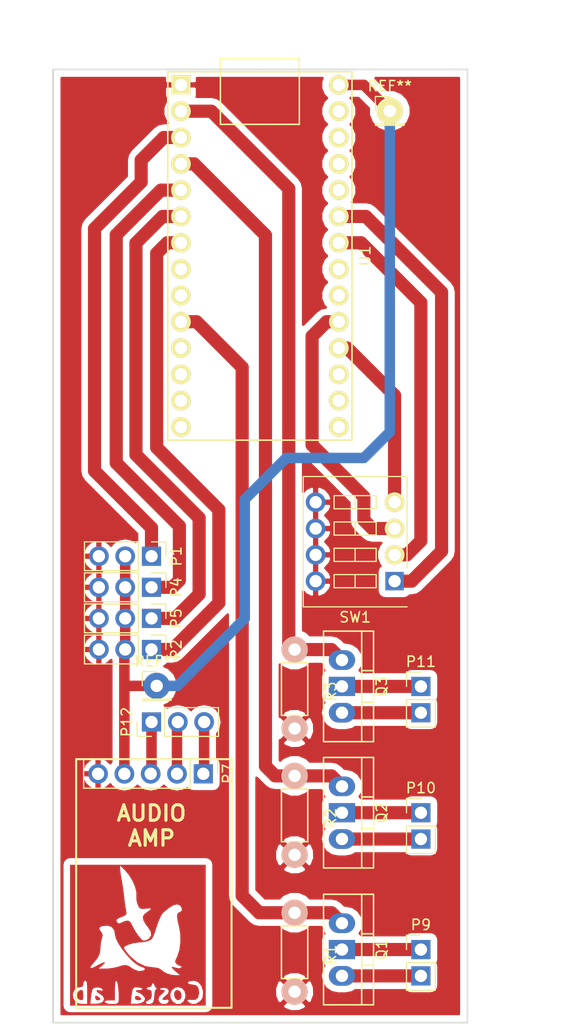
<source format=kicad_pcb>
(kicad_pcb (version 4) (host pcbnew 4.0.2-stable)

  (general
    (links 42)
    (no_connects 0)
    (area 117.789999 32.65 177 132.0518)
    (thickness 1.6)
    (drawings 18)
    (tracks 109)
    (zones 0)
    (modules 20)
    (nets 23)
  )

  (page User 266.7 184.15)
  (title_block
    (title "SealCam - Rover Control Board")
    (date 2017-01-06)
    (rev 1.0)
    (company "UCSC - Costa Lab & JBSOE")
  )

  (layers
    (0 F.Cu signal)
    (31 B.Cu signal)
    (32 B.Adhes user)
    (33 F.Adhes user)
    (34 B.Paste user)
    (35 F.Paste user)
    (36 B.SilkS user)
    (37 F.SilkS user)
    (38 B.Mask user)
    (39 F.Mask user)
    (40 Dwgs.User user)
    (41 Cmts.User user)
    (42 Eco1.User user)
    (43 Eco2.User user)
    (44 Edge.Cuts user)
    (45 Margin user)
    (46 B.CrtYd user)
    (47 F.CrtYd user)
    (48 B.Fab user)
    (49 F.Fab user)
  )

  (setup
    (last_trace_width 0.4064)
    (trace_clearance 0.4064)
    (zone_clearance 0.635)
    (zone_45_only yes)
    (trace_min 0.1524)
    (segment_width 0.2)
    (edge_width 0.15)
    (via_size 1.5494)
    (via_drill 1.190625)
    (via_min_size 1.524)
    (via_min_drill 1.190625)
    (uvia_size 0.2032)
    (uvia_drill 0.1016)
    (uvias_allowed no)
    (uvia_min_size 0.2032)
    (uvia_min_drill 0.1016)
    (pcb_text_width 0.3)
    (pcb_text_size 1.5 1.5)
    (mod_edge_width 0.15)
    (mod_text_size 1 1)
    (mod_text_width 0.15)
    (pad_size 2.54 1.8542)
    (pad_drill 1.190625)
    (pad_to_mask_clearance 0.2)
    (aux_axis_origin 0 0)
    (visible_elements 7FFFFFFF)
    (pcbplotparams
      (layerselection 0x00000_00000001)
      (usegerberextensions false)
      (excludeedgelayer true)
      (linewidth 0.100000)
      (plotframeref false)
      (viasonmask false)
      (mode 1)
      (useauxorigin false)
      (hpglpennumber 1)
      (hpglpenspeed 20)
      (hpglpendiameter 15)
      (hpglpenoverlay 2)
      (psnegative false)
      (psa4output false)
      (plotreference false)
      (plotvalue false)
      (plotinvisibletext false)
      (padsonsilk false)
      (subtractmaskfromsilk false)
      (outputformat 4)
      (mirror false)
      (drillshape 0)
      (scaleselection 1)
      (outputdirectory Ouput/))
  )

  (net 0 "")
  (net 1 /SBUS)
  (net 2 /5V)
  (net 3 GND)
  (net 4 /Throttle)
  (net 5 /PanServo)
  (net 6 /TiltServo)
  (net 7 /Audio+)
  (net 8 /Audio-)
  (net 9 /SD)
  (net 10 "Net-(P9-Pad1)")
  (net 11 "Net-(P9-Pad2)")
  (net 12 "Net-(P10-Pad1)")
  (net 13 "Net-(P10-Pad2)")
  (net 14 "Net-(P11-Pad1)")
  (net 15 "Net-(P11-Pad2)")
  (net 16 /D8)
  (net 17 /D2)
  (net 18 /D0)
  (net 19 "Net-(SW1-Pad1)")
  (net 20 "Net-(SW1-Pad2)")
  (net 21 "Net-(SW1-Pad3)")
  (net 22 "Net-(SW1-Pad4)")

  (net_class Default "This is the default net class."
    (clearance 0.4064)
    (trace_width 0.4064)
    (via_dia 1.5494)
    (via_drill 1.190625)
    (uvia_dia 0.2032)
    (uvia_drill 0.1016)
  )

  (net_class Large ""
    (clearance 0.635)
    (trace_width 1.27)
    (via_dia 1.778)
    (via_drill 1.190625)
    (uvia_dia 0.2032)
    (uvia_drill 0.1016)
    (add_net /5V)
    (add_net /Audio+)
    (add_net /Audio-)
    (add_net /D0)
    (add_net /D2)
    (add_net /D8)
    (add_net /PanServo)
    (add_net /SBUS)
    (add_net /SD)
    (add_net /Throttle)
    (add_net /TiltServo)
    (add_net GND)
    (add_net "Net-(SW1-Pad1)")
    (add_net "Net-(SW1-Pad2)")
    (add_net "Net-(SW1-Pad3)")
    (add_net "Net-(SW1-Pad4)")
  )

  (net_class Medium ""
    (clearance 0.635)
    (trace_width 0.635)
    (via_dia 1.5494)
    (via_drill 1.190625)
    (uvia_dia 0.2032)
    (uvia_drill 0.1016)
    (add_net "Net-(P10-Pad1)")
    (add_net "Net-(P10-Pad2)")
    (add_net "Net-(P11-Pad1)")
    (add_net "Net-(P11-Pad2)")
    (add_net "Net-(P9-Pad1)")
    (add_net "Net-(P9-Pad2)")
  )

  (module Teensy:Teensy30_31_32_LC (layer F.Cu) (tedit 5871EBD9) (tstamp 58700622)
    (at 143.46 57 270)
    (path /586C6718)
    (fp_text reference U1 (at 0 -10.16 270) (layer F.SilkS)
      (effects (font (size 1 1) (thickness 0.15)))
    )
    (fp_text value Teensy3.2 (at 0 10.16 270) (layer F.Fab)
      (effects (font (size 1 1) (thickness 0.15)))
    )
    (fp_line (start -17.78 3.81) (end -19.05 3.81) (layer F.SilkS) (width 0.15))
    (fp_line (start -19.05 3.81) (end -19.05 -3.81) (layer F.SilkS) (width 0.15))
    (fp_line (start -19.05 -3.81) (end -17.78 -3.81) (layer F.SilkS) (width 0.15))
    (fp_line (start -12.7 3.81) (end -12.7 -3.81) (layer F.SilkS) (width 0.15))
    (fp_line (start -12.7 -3.81) (end -17.78 -3.81) (layer F.SilkS) (width 0.15))
    (fp_line (start -12.7 3.81) (end -17.78 3.81) (layer F.SilkS) (width 0.15))
    (fp_line (start -17.78 -8.89) (end 17.78 -8.89) (layer F.SilkS) (width 0.15))
    (fp_line (start 17.78 -8.89) (end 17.78 8.89) (layer F.SilkS) (width 0.15))
    (fp_line (start 17.78 8.89) (end -17.78 8.89) (layer F.SilkS) (width 0.15))
    (fp_line (start -17.78 8.89) (end -17.78 -8.89) (layer F.SilkS) (width 0.15))
    (pad 20 thru_hole circle (at 16.51 -7.62 270) (size 1.905 1.905) (drill 1.190625) (layers *.Cu *.Mask F.SilkS))
    (pad 14 thru_hole circle (at 16.51 7.62 270) (size 1.905 1.905) (drill 1.190625) (layers *.Cu *.Mask F.SilkS))
    (pad 21 thru_hole circle (at 13.97 -7.62 270) (size 1.905 1.905) (drill 1.190625) (layers *.Cu *.Mask F.SilkS))
    (pad 22 thru_hole circle (at 11.43 -7.62 270) (size 1.905 1.905) (drill 1.190625) (layers *.Cu *.Mask F.SilkS))
    (pad 23 thru_hole circle (at 8.89 -7.62 270) (size 1.905 1.905) (drill 1.190625) (layers *.Cu *.Mask F.SilkS)
      (net 22 "Net-(SW1-Pad4)"))
    (pad 24 thru_hole circle (at 6.35 -7.62 270) (size 1.905 1.905) (drill 1.190625) (layers *.Cu *.Mask F.SilkS)
      (net 21 "Net-(SW1-Pad3)"))
    (pad 25 thru_hole circle (at 3.81 -7.62 270) (size 1.905 1.905) (drill 1.190625) (layers *.Cu *.Mask F.SilkS))
    (pad 26 thru_hole circle (at 1.27 -7.62 270) (size 1.905 1.905) (drill 1.190625) (layers *.Cu *.Mask F.SilkS))
    (pad 27 thru_hole circle (at -1.27 -7.62 270) (size 1.905 1.905) (drill 1.190625) (layers *.Cu *.Mask F.SilkS)
      (net 20 "Net-(SW1-Pad2)"))
    (pad 28 thru_hole circle (at -3.81 -7.62 270) (size 1.905 1.905) (drill 1.190625) (layers *.Cu *.Mask F.SilkS)
      (net 19 "Net-(SW1-Pad1)"))
    (pad 29 thru_hole circle (at -6.35 -7.62 270) (size 1.905 1.905) (drill 1.190625) (layers *.Cu *.Mask F.SilkS))
    (pad 30 thru_hole circle (at -8.89 -7.62 270) (size 1.905 1.905) (drill 1.190625) (layers *.Cu *.Mask F.SilkS))
    (pad 31 thru_hole circle (at -11.43 -7.62 270) (size 1.905 1.905) (drill 1.190625) (layers *.Cu *.Mask F.SilkS))
    (pad 32 thru_hole circle (at -13.97 -7.62 270) (size 1.905 1.905) (drill 1.190625) (layers *.Cu *.Mask F.SilkS))
    (pad 33 thru_hole circle (at -16.51 -7.62 270) (size 1.905 1.905) (drill 1.190625) (layers *.Cu *.Mask F.SilkS)
      (net 2 /5V))
    (pad 13 thru_hole circle (at 13.97 7.62 270) (size 1.905 1.905) (drill 1.190625) (layers *.Cu *.Mask F.SilkS))
    (pad 12 thru_hole circle (at 11.43 7.62 270) (size 1.905 1.905) (drill 1.190625) (layers *.Cu *.Mask F.SilkS))
    (pad 11 thru_hole circle (at 8.89 7.62 270) (size 1.905 1.905) (drill 1.190625) (layers *.Cu *.Mask F.SilkS))
    (pad 10 thru_hole circle (at 6.35 7.62 270) (size 1.905 1.905) (drill 1.190625) (layers *.Cu *.Mask F.SilkS)
      (net 16 /D8))
    (pad 9 thru_hole circle (at 3.81 7.62 270) (size 1.905 1.905) (drill 1.190625) (layers *.Cu *.Mask F.SilkS))
    (pad 8 thru_hole circle (at 1.27 7.62 270) (size 1.905 1.905) (drill 1.190625) (layers *.Cu *.Mask F.SilkS))
    (pad 7 thru_hole circle (at -1.27 7.62 270) (size 1.905 1.905) (drill 1.190625) (layers *.Cu *.Mask F.SilkS)
      (net 4 /Throttle))
    (pad 6 thru_hole circle (at -3.81 7.62 270) (size 1.905 1.905) (drill 1.190625) (layers *.Cu *.Mask F.SilkS)
      (net 6 /TiltServo))
    (pad 5 thru_hole circle (at -6.35 7.62 270) (size 1.905 1.905) (drill 1.190625) (layers *.Cu *.Mask F.SilkS)
      (net 5 /PanServo))
    (pad 4 thru_hole circle (at -8.89 7.62 270) (size 1.905 1.905) (drill 1.190625) (layers *.Cu *.Mask F.SilkS)
      (net 17 /D2))
    (pad 3 thru_hole circle (at -11.43 7.62 270) (size 1.905 1.905) (drill 1.190625) (layers *.Cu *.Mask F.SilkS)
      (net 1 /SBUS))
    (pad 2 thru_hole circle (at -13.97 7.62 270) (size 1.905 1.905) (drill 1.190625) (layers *.Cu *.Mask F.SilkS)
      (net 18 /D0))
    (pad 1 thru_hole rect (at -16.51 7.62 270) (size 1.8542 1.8542) (drill 1.190625) (layers *.Cu *.Mask F.SilkS)
      (net 3 GND))
  )

  (module Pin_Headers:Pin_Header_Straight_1x01_Pitch2.54mm (layer F.Cu) (tedit 5871F09D) (tstamp 5870AFAE)
    (at 133.5 98.5)
    (descr "Through hole straight pin header, 1x01, 2.54mm pitch, single row")
    (tags "Through hole pin header THT 1x01 2.54mm single row")
    (fp_text reference REF** (at 0 -2.39) (layer F.SilkS)
      (effects (font (size 1 1) (thickness 0.15)))
    )
    (fp_text value Pin_Header_Straight_1x01_Pitch2.54mm (at 0 2.39) (layer F.Fab)
      (effects (font (size 1 1) (thickness 0.15)))
    )
    (fp_line (start -1.27 -1.27) (end -1.27 1.27) (layer F.Fab) (width 0.1))
    (fp_line (start -1.27 1.27) (end 1.27 1.27) (layer F.Fab) (width 0.1))
    (fp_line (start 1.27 1.27) (end 1.27 -1.27) (layer F.Fab) (width 0.1))
    (fp_line (start 1.27 -1.27) (end -1.27 -1.27) (layer F.Fab) (width 0.1))
    (fp_line (start -1.39 1.27) (end -1.39 1.39) (layer F.SilkS) (width 0.12))
    (fp_line (start -1.39 1.39) (end 1.39 1.39) (layer F.SilkS) (width 0.12))
    (fp_line (start 1.39 1.39) (end 1.39 1.27) (layer F.SilkS) (width 0.12))
    (fp_line (start 1.39 1.27) (end -1.39 1.27) (layer F.SilkS) (width 0.12))
    (fp_line (start -1.39 0) (end -1.39 -1.39) (layer F.SilkS) (width 0.12))
    (fp_line (start -1.39 -1.39) (end 0 -1.39) (layer F.SilkS) (width 0.12))
    (fp_line (start -1.6 -1.6) (end -1.6 1.6) (layer F.CrtYd) (width 0.05))
    (fp_line (start -1.6 1.6) (end 1.6 1.6) (layer F.CrtYd) (width 0.05))
    (fp_line (start 1.6 1.6) (end 1.6 -1.6) (layer F.CrtYd) (width 0.05))
    (fp_line (start 1.6 -1.6) (end -1.6 -1.6) (layer F.CrtYd) (width 0.05))
    (pad 1 thru_hole circle (at 0 0) (size 2.54 2.54) (drill 1.190625) (layers *.Cu *.Mask)
      (net 2 /5V))
    (model Pin_Headers.3dshapes/Pin_Header_Straight_1x01_Pitch2.54mm.wrl
      (at (xyz 0 0 0))
      (scale (xyz 1 1 1))
      (rotate (xyz 0 0 90))
    )
  )

  (module Pin_Headers:Pin_Header_Straight_1x03_Pitch2.54mm (layer F.Cu) (tedit 5871F064) (tstamp 5870056C)
    (at 133 85.985 270)
    (descr "Through hole straight pin header, 1x03, 2.54mm pitch, single row")
    (tags "Through hole pin header THT 1x03 2.54mm single row")
    (path /586C6B15)
    (fp_text reference P1 (at 0 -2.39 270) (layer F.SilkS)
      (effects (font (size 1 1) (thickness 0.15)))
    )
    (fp_text value CONN_01X03 (at 0 7.47 270) (layer F.Fab)
      (effects (font (size 1 1) (thickness 0.15)))
    )
    (fp_line (start -1.27 -1.27) (end -1.27 6.35) (layer F.Fab) (width 0.1))
    (fp_line (start -1.27 6.35) (end 1.27 6.35) (layer F.Fab) (width 0.1))
    (fp_line (start 1.27 6.35) (end 1.27 -1.27) (layer F.Fab) (width 0.1))
    (fp_line (start 1.27 -1.27) (end -1.27 -1.27) (layer F.Fab) (width 0.1))
    (fp_line (start -1.39 1.27) (end -1.39 6.47) (layer F.SilkS) (width 0.12))
    (fp_line (start -1.39 6.47) (end 1.39 6.47) (layer F.SilkS) (width 0.12))
    (fp_line (start 1.39 6.47) (end 1.39 1.27) (layer F.SilkS) (width 0.12))
    (fp_line (start 1.39 1.27) (end -1.39 1.27) (layer F.SilkS) (width 0.12))
    (fp_line (start -1.39 0) (end -1.39 -1.39) (layer F.SilkS) (width 0.12))
    (fp_line (start -1.39 -1.39) (end 0 -1.39) (layer F.SilkS) (width 0.12))
    (fp_line (start -1.6 -1.6) (end -1.6 6.6) (layer F.CrtYd) (width 0.05))
    (fp_line (start -1.6 6.6) (end 1.6 6.6) (layer F.CrtYd) (width 0.05))
    (fp_line (start 1.6 6.6) (end 1.6 -1.6) (layer F.CrtYd) (width 0.05))
    (fp_line (start 1.6 -1.6) (end -1.6 -1.6) (layer F.CrtYd) (width 0.05))
    (pad 1 thru_hole rect (at 0 0 270) (size 1.8542 1.8542) (drill 1.190625) (layers *.Cu *.Mask)
      (net 1 /SBUS))
    (pad 2 thru_hole oval (at 0 2.54 270) (size 1.905 1.905) (drill 1.190625) (layers *.Cu *.Mask)
      (net 2 /5V))
    (pad 3 thru_hole oval (at 0 5.08 270) (size 1.905 1.905) (drill 1.190625) (layers *.Cu *.Mask)
      (net 3 GND))
    (model Pin_Headers.3dshapes/Pin_Header_Straight_1x03_Pitch2.54mm.wrl
      (at (xyz 0 -0.1 0))
      (scale (xyz 1 1 1))
      (rotate (xyz 0 0 90))
    )
  )

  (module Pin_Headers:Pin_Header_Straight_1x03_Pitch2.54mm (layer F.Cu) (tedit 5862ED52) (tstamp 58700573)
    (at 133 94.985 270)
    (descr "Through hole straight pin header, 1x03, 2.54mm pitch, single row")
    (tags "Through hole pin header THT 1x03 2.54mm single row")
    (path /586C7454)
    (fp_text reference P2 (at 0 -2.39 270) (layer F.SilkS)
      (effects (font (size 1 1) (thickness 0.15)))
    )
    (fp_text value CONN_01X03 (at 0 7.47 270) (layer F.Fab)
      (effects (font (size 1 1) (thickness 0.15)))
    )
    (fp_line (start -1.27 -1.27) (end -1.27 6.35) (layer F.Fab) (width 0.1))
    (fp_line (start -1.27 6.35) (end 1.27 6.35) (layer F.Fab) (width 0.1))
    (fp_line (start 1.27 6.35) (end 1.27 -1.27) (layer F.Fab) (width 0.1))
    (fp_line (start 1.27 -1.27) (end -1.27 -1.27) (layer F.Fab) (width 0.1))
    (fp_line (start -1.39 1.27) (end -1.39 6.47) (layer F.SilkS) (width 0.12))
    (fp_line (start -1.39 6.47) (end 1.39 6.47) (layer F.SilkS) (width 0.12))
    (fp_line (start 1.39 6.47) (end 1.39 1.27) (layer F.SilkS) (width 0.12))
    (fp_line (start 1.39 1.27) (end -1.39 1.27) (layer F.SilkS) (width 0.12))
    (fp_line (start -1.39 0) (end -1.39 -1.39) (layer F.SilkS) (width 0.12))
    (fp_line (start -1.39 -1.39) (end 0 -1.39) (layer F.SilkS) (width 0.12))
    (fp_line (start -1.6 -1.6) (end -1.6 6.6) (layer F.CrtYd) (width 0.05))
    (fp_line (start -1.6 6.6) (end 1.6 6.6) (layer F.CrtYd) (width 0.05))
    (fp_line (start 1.6 6.6) (end 1.6 -1.6) (layer F.CrtYd) (width 0.05))
    (fp_line (start 1.6 -1.6) (end -1.6 -1.6) (layer F.CrtYd) (width 0.05))
    (pad 1 thru_hole rect (at 0 0 270) (size 1.8542 1.8542) (drill 1.190625) (layers *.Cu *.Mask)
      (net 4 /Throttle))
    (pad 2 thru_hole oval (at 0 2.54 270) (size 1.905 1.905) (drill 1.190625) (layers *.Cu *.Mask)
      (net 2 /5V))
    (pad 3 thru_hole oval (at 0 5.08 270) (size 1.905 1.905) (drill 1.190625) (layers *.Cu *.Mask)
      (net 3 GND))
    (model Pin_Headers.3dshapes/Pin_Header_Straight_1x03_Pitch2.54mm.wrl
      (at (xyz 0 -0.1 0))
      (scale (xyz 1 1 1))
      (rotate (xyz 0 0 90))
    )
  )

  (module Pin_Headers:Pin_Header_Straight_1x03_Pitch2.54mm (layer F.Cu) (tedit 5862ED52) (tstamp 58700581)
    (at 133 88.985 270)
    (descr "Through hole straight pin header, 1x03, 2.54mm pitch, single row")
    (tags "Through hole pin header THT 1x03 2.54mm single row")
    (path /586C7664)
    (fp_text reference P4 (at 0 -2.39 270) (layer F.SilkS)
      (effects (font (size 1 1) (thickness 0.15)))
    )
    (fp_text value CONN_01X03 (at 0 7.47 270) (layer F.Fab)
      (effects (font (size 1 1) (thickness 0.15)))
    )
    (fp_line (start -1.27 -1.27) (end -1.27 6.35) (layer F.Fab) (width 0.1))
    (fp_line (start -1.27 6.35) (end 1.27 6.35) (layer F.Fab) (width 0.1))
    (fp_line (start 1.27 6.35) (end 1.27 -1.27) (layer F.Fab) (width 0.1))
    (fp_line (start 1.27 -1.27) (end -1.27 -1.27) (layer F.Fab) (width 0.1))
    (fp_line (start -1.39 1.27) (end -1.39 6.47) (layer F.SilkS) (width 0.12))
    (fp_line (start -1.39 6.47) (end 1.39 6.47) (layer F.SilkS) (width 0.12))
    (fp_line (start 1.39 6.47) (end 1.39 1.27) (layer F.SilkS) (width 0.12))
    (fp_line (start 1.39 1.27) (end -1.39 1.27) (layer F.SilkS) (width 0.12))
    (fp_line (start -1.39 0) (end -1.39 -1.39) (layer F.SilkS) (width 0.12))
    (fp_line (start -1.39 -1.39) (end 0 -1.39) (layer F.SilkS) (width 0.12))
    (fp_line (start -1.6 -1.6) (end -1.6 6.6) (layer F.CrtYd) (width 0.05))
    (fp_line (start -1.6 6.6) (end 1.6 6.6) (layer F.CrtYd) (width 0.05))
    (fp_line (start 1.6 6.6) (end 1.6 -1.6) (layer F.CrtYd) (width 0.05))
    (fp_line (start 1.6 -1.6) (end -1.6 -1.6) (layer F.CrtYd) (width 0.05))
    (pad 1 thru_hole rect (at 0 0 270) (size 1.8542 1.8542) (drill 1.190625) (layers *.Cu *.Mask)
      (net 5 /PanServo))
    (pad 2 thru_hole oval (at 0 2.54 270) (size 1.905 1.905) (drill 1.190625) (layers *.Cu *.Mask)
      (net 2 /5V))
    (pad 3 thru_hole oval (at 0 5.08 270) (size 1.905 1.905) (drill 1.190625) (layers *.Cu *.Mask)
      (net 3 GND))
    (model Pin_Headers.3dshapes/Pin_Header_Straight_1x03_Pitch2.54mm.wrl
      (at (xyz 0 -0.1 0))
      (scale (xyz 1 1 1))
      (rotate (xyz 0 0 90))
    )
  )

  (module Pin_Headers:Pin_Header_Straight_1x03_Pitch2.54mm (layer F.Cu) (tedit 5862ED52) (tstamp 58700588)
    (at 133 91.985 270)
    (descr "Through hole straight pin header, 1x03, 2.54mm pitch, single row")
    (tags "Through hole pin header THT 1x03 2.54mm single row")
    (path /586C7746)
    (fp_text reference P5 (at 0 -2.39 270) (layer F.SilkS)
      (effects (font (size 1 1) (thickness 0.15)))
    )
    (fp_text value CONN_01X03 (at 0 7.47 270) (layer F.Fab)
      (effects (font (size 1 1) (thickness 0.15)))
    )
    (fp_line (start -1.27 -1.27) (end -1.27 6.35) (layer F.Fab) (width 0.1))
    (fp_line (start -1.27 6.35) (end 1.27 6.35) (layer F.Fab) (width 0.1))
    (fp_line (start 1.27 6.35) (end 1.27 -1.27) (layer F.Fab) (width 0.1))
    (fp_line (start 1.27 -1.27) (end -1.27 -1.27) (layer F.Fab) (width 0.1))
    (fp_line (start -1.39 1.27) (end -1.39 6.47) (layer F.SilkS) (width 0.12))
    (fp_line (start -1.39 6.47) (end 1.39 6.47) (layer F.SilkS) (width 0.12))
    (fp_line (start 1.39 6.47) (end 1.39 1.27) (layer F.SilkS) (width 0.12))
    (fp_line (start 1.39 1.27) (end -1.39 1.27) (layer F.SilkS) (width 0.12))
    (fp_line (start -1.39 0) (end -1.39 -1.39) (layer F.SilkS) (width 0.12))
    (fp_line (start -1.39 -1.39) (end 0 -1.39) (layer F.SilkS) (width 0.12))
    (fp_line (start -1.6 -1.6) (end -1.6 6.6) (layer F.CrtYd) (width 0.05))
    (fp_line (start -1.6 6.6) (end 1.6 6.6) (layer F.CrtYd) (width 0.05))
    (fp_line (start 1.6 6.6) (end 1.6 -1.6) (layer F.CrtYd) (width 0.05))
    (fp_line (start 1.6 -1.6) (end -1.6 -1.6) (layer F.CrtYd) (width 0.05))
    (pad 1 thru_hole rect (at 0 0 270) (size 1.8542 1.8542) (drill 1.190625) (layers *.Cu *.Mask)
      (net 6 /TiltServo))
    (pad 2 thru_hole oval (at 0 2.54 270) (size 1.905 1.905) (drill 1.190625) (layers *.Cu *.Mask)
      (net 2 /5V))
    (pad 3 thru_hole oval (at 0 5.08 270) (size 1.905 1.905) (drill 1.190625) (layers *.Cu *.Mask)
      (net 3 GND))
    (model Pin_Headers.3dshapes/Pin_Header_Straight_1x03_Pitch2.54mm.wrl
      (at (xyz 0 -0.1 0))
      (scale (xyz 1 1 1))
      (rotate (xyz 0 0 90))
    )
  )

  (module Pin_Headers:Pin_Header_Straight_1x05_Pitch2.54mm (layer F.Cu) (tedit 5871F08B) (tstamp 58700598)
    (at 138 106.985 270)
    (descr "Through hole straight pin header, 1x05, 2.54mm pitch, single row")
    (tags "Through hole pin header THT 1x05 2.54mm single row")
    (path /586C80E1)
    (fp_text reference P7 (at 0 -2.39 270) (layer F.SilkS)
      (effects (font (size 1 1) (thickness 0.15)))
    )
    (fp_text value CONN_01X05 (at 0 12.55 270) (layer F.Fab)
      (effects (font (size 1 1) (thickness 0.15)))
    )
    (fp_line (start -1.27 -1.27) (end -1.27 11.43) (layer F.Fab) (width 0.1))
    (fp_line (start -1.27 11.43) (end 1.27 11.43) (layer F.Fab) (width 0.1))
    (fp_line (start 1.27 11.43) (end 1.27 -1.27) (layer F.Fab) (width 0.1))
    (fp_line (start 1.27 -1.27) (end -1.27 -1.27) (layer F.Fab) (width 0.1))
    (fp_line (start -1.39 1.27) (end -1.39 11.55) (layer F.SilkS) (width 0.12))
    (fp_line (start -1.39 11.55) (end 1.39 11.55) (layer F.SilkS) (width 0.12))
    (fp_line (start 1.39 11.55) (end 1.39 1.27) (layer F.SilkS) (width 0.12))
    (fp_line (start 1.39 1.27) (end -1.39 1.27) (layer F.SilkS) (width 0.12))
    (fp_line (start -1.39 0) (end -1.39 -1.39) (layer F.SilkS) (width 0.12))
    (fp_line (start -1.39 -1.39) (end 0 -1.39) (layer F.SilkS) (width 0.12))
    (fp_line (start -1.6 -1.6) (end -1.6 11.7) (layer F.CrtYd) (width 0.05))
    (fp_line (start -1.6 11.7) (end 1.6 11.7) (layer F.CrtYd) (width 0.05))
    (fp_line (start 1.6 11.7) (end 1.6 -1.6) (layer F.CrtYd) (width 0.05))
    (fp_line (start 1.6 -1.6) (end -1.6 -1.6) (layer F.CrtYd) (width 0.05))
    (pad 1 thru_hole rect (at 0 0 270) (size 1.8542 1.8542) (drill 1.190625) (layers *.Cu *.Mask)
      (net 7 /Audio+))
    (pad 2 thru_hole oval (at 0 2.54 270) (size 1.905 1.905) (drill 1.190625) (layers *.Cu *.Mask)
      (net 8 /Audio-))
    (pad 3 thru_hole oval (at 0 5.08 270) (size 1.905 1.905) (drill 1.190625) (layers *.Cu *.Mask)
      (net 9 /SD))
    (pad 4 thru_hole oval (at 0 7.62 270) (size 1.905 1.905) (drill 1.190625) (layers *.Cu *.Mask)
      (net 2 /5V))
    (pad 5 thru_hole oval (at 0 10.16 270) (size 1.905 1.905) (drill 1.190625) (layers *.Cu *.Mask)
      (net 3 GND))
    (model Pin_Headers.3dshapes/Pin_Header_Straight_1x05_Pitch2.54mm.wrl
      (at (xyz 0 -0.2 0))
      (scale (xyz 1 1 1))
      (rotate (xyz 0 0 90))
    )
  )

  (module Pin_Headers:Pin_Header_Straight_1x02_Pitch2.54mm (layer F.Cu) (tedit 5862ED52) (tstamp 587005AC)
    (at 159.004 123.952)
    (descr "Through hole straight pin header, 1x02, 2.54mm pitch, single row")
    (tags "Through hole pin header THT 1x02 2.54mm single row")
    (path /58704891)
    (fp_text reference P9 (at 0 -2.39) (layer F.SilkS)
      (effects (font (size 1 1) (thickness 0.15)))
    )
    (fp_text value CONN_01X02 (at 0 4.93) (layer F.Fab)
      (effects (font (size 1 1) (thickness 0.15)))
    )
    (fp_line (start -1.27 -1.27) (end -1.27 3.81) (layer F.Fab) (width 0.1))
    (fp_line (start -1.27 3.81) (end 1.27 3.81) (layer F.Fab) (width 0.1))
    (fp_line (start 1.27 3.81) (end 1.27 -1.27) (layer F.Fab) (width 0.1))
    (fp_line (start 1.27 -1.27) (end -1.27 -1.27) (layer F.Fab) (width 0.1))
    (fp_line (start -1.39 1.27) (end -1.39 3.93) (layer F.SilkS) (width 0.12))
    (fp_line (start -1.39 3.93) (end 1.39 3.93) (layer F.SilkS) (width 0.12))
    (fp_line (start 1.39 3.93) (end 1.39 1.27) (layer F.SilkS) (width 0.12))
    (fp_line (start 1.39 1.27) (end -1.39 1.27) (layer F.SilkS) (width 0.12))
    (fp_line (start -1.39 0) (end -1.39 -1.39) (layer F.SilkS) (width 0.12))
    (fp_line (start -1.39 -1.39) (end 0 -1.39) (layer F.SilkS) (width 0.12))
    (fp_line (start -1.6 -1.6) (end -1.6 4.1) (layer F.CrtYd) (width 0.05))
    (fp_line (start -1.6 4.1) (end 1.6 4.1) (layer F.CrtYd) (width 0.05))
    (fp_line (start 1.6 4.1) (end 1.6 -1.6) (layer F.CrtYd) (width 0.05))
    (fp_line (start 1.6 -1.6) (end -1.6 -1.6) (layer F.CrtYd) (width 0.05))
    (pad 1 thru_hole rect (at 0 0) (size 1.8542 1.8542) (drill 1.190625) (layers *.Cu *.Mask)
      (net 10 "Net-(P9-Pad1)"))
    (pad 2 thru_hole rect (at 0 2.54) (size 1.8542 1.8542) (drill 1.190625) (layers *.Cu *.Mask)
      (net 11 "Net-(P9-Pad2)"))
    (model Pin_Headers.3dshapes/Pin_Header_Straight_1x02_Pitch2.54mm.wrl
      (at (xyz 0 -0.05 0))
      (scale (xyz 1 1 1))
      (rotate (xyz 0 0 90))
    )
  )

  (module Pin_Headers:Pin_Header_Straight_1x02_Pitch2.54mm (layer F.Cu) (tedit 5862ED52) (tstamp 587005B2)
    (at 159.004 110.744)
    (descr "Through hole straight pin header, 1x02, 2.54mm pitch, single row")
    (tags "Through hole pin header THT 1x02 2.54mm single row")
    (path /587038F6)
    (fp_text reference P10 (at 0 -2.39) (layer F.SilkS)
      (effects (font (size 1 1) (thickness 0.15)))
    )
    (fp_text value CONN_01X02 (at 0 4.93) (layer F.Fab)
      (effects (font (size 1 1) (thickness 0.15)))
    )
    (fp_line (start -1.27 -1.27) (end -1.27 3.81) (layer F.Fab) (width 0.1))
    (fp_line (start -1.27 3.81) (end 1.27 3.81) (layer F.Fab) (width 0.1))
    (fp_line (start 1.27 3.81) (end 1.27 -1.27) (layer F.Fab) (width 0.1))
    (fp_line (start 1.27 -1.27) (end -1.27 -1.27) (layer F.Fab) (width 0.1))
    (fp_line (start -1.39 1.27) (end -1.39 3.93) (layer F.SilkS) (width 0.12))
    (fp_line (start -1.39 3.93) (end 1.39 3.93) (layer F.SilkS) (width 0.12))
    (fp_line (start 1.39 3.93) (end 1.39 1.27) (layer F.SilkS) (width 0.12))
    (fp_line (start 1.39 1.27) (end -1.39 1.27) (layer F.SilkS) (width 0.12))
    (fp_line (start -1.39 0) (end -1.39 -1.39) (layer F.SilkS) (width 0.12))
    (fp_line (start -1.39 -1.39) (end 0 -1.39) (layer F.SilkS) (width 0.12))
    (fp_line (start -1.6 -1.6) (end -1.6 4.1) (layer F.CrtYd) (width 0.05))
    (fp_line (start -1.6 4.1) (end 1.6 4.1) (layer F.CrtYd) (width 0.05))
    (fp_line (start 1.6 4.1) (end 1.6 -1.6) (layer F.CrtYd) (width 0.05))
    (fp_line (start 1.6 -1.6) (end -1.6 -1.6) (layer F.CrtYd) (width 0.05))
    (pad 1 thru_hole rect (at 0 0) (size 1.8542 1.8542) (drill 1.190625) (layers *.Cu *.Mask)
      (net 12 "Net-(P10-Pad1)"))
    (pad 2 thru_hole rect (at 0 2.54) (size 1.8542 1.8542) (drill 1.190625) (layers *.Cu *.Mask)
      (net 13 "Net-(P10-Pad2)"))
    (model Pin_Headers.3dshapes/Pin_Header_Straight_1x02_Pitch2.54mm.wrl
      (at (xyz 0 -0.05 0))
      (scale (xyz 1 1 1))
      (rotate (xyz 0 0 90))
    )
  )

  (module Pin_Headers:Pin_Header_Straight_1x02_Pitch2.54mm (layer F.Cu) (tedit 5871F0C9) (tstamp 587005B8)
    (at 159.004 98.552)
    (descr "Through hole straight pin header, 1x02, 2.54mm pitch, single row")
    (tags "Through hole pin header THT 1x02 2.54mm single row")
    (path /58702F9D)
    (fp_text reference P11 (at 0 -2.39) (layer F.SilkS)
      (effects (font (size 1 1) (thickness 0.15)))
    )
    (fp_text value CONN_01X02 (at 0 4.93) (layer F.Fab)
      (effects (font (size 1 1) (thickness 0.15)))
    )
    (fp_line (start -1.27 -1.27) (end -1.27 3.81) (layer F.Fab) (width 0.1))
    (fp_line (start -1.27 3.81) (end 1.27 3.81) (layer F.Fab) (width 0.1))
    (fp_line (start 1.27 3.81) (end 1.27 -1.27) (layer F.Fab) (width 0.1))
    (fp_line (start 1.27 -1.27) (end -1.27 -1.27) (layer F.Fab) (width 0.1))
    (fp_line (start -1.39 1.27) (end -1.39 3.93) (layer F.SilkS) (width 0.12))
    (fp_line (start -1.39 3.93) (end 1.39 3.93) (layer F.SilkS) (width 0.12))
    (fp_line (start 1.39 3.93) (end 1.39 1.27) (layer F.SilkS) (width 0.12))
    (fp_line (start 1.39 1.27) (end -1.39 1.27) (layer F.SilkS) (width 0.12))
    (fp_line (start -1.39 0) (end -1.39 -1.39) (layer F.SilkS) (width 0.12))
    (fp_line (start -1.39 -1.39) (end 0 -1.39) (layer F.SilkS) (width 0.12))
    (fp_line (start -1.6 -1.6) (end -1.6 4.1) (layer F.CrtYd) (width 0.05))
    (fp_line (start -1.6 4.1) (end 1.6 4.1) (layer F.CrtYd) (width 0.05))
    (fp_line (start 1.6 4.1) (end 1.6 -1.6) (layer F.CrtYd) (width 0.05))
    (fp_line (start 1.6 -1.6) (end -1.6 -1.6) (layer F.CrtYd) (width 0.05))
    (pad 1 thru_hole rect (at 0 0) (size 1.8542 1.8542) (drill 1.190625) (layers *.Cu *.Mask)
      (net 14 "Net-(P11-Pad1)"))
    (pad 2 thru_hole rect (at 0 2.54) (size 1.8542 1.8542) (drill 1.190625) (layers *.Cu *.Mask)
      (net 15 "Net-(P11-Pad2)"))
    (model Pin_Headers.3dshapes/Pin_Header_Straight_1x02_Pitch2.54mm.wrl
      (at (xyz 0 -0.05 0))
      (scale (xyz 1 1 1))
      (rotate (xyz 0 0 90))
    )
  )

  (module Diodes_ThroughHole:Diode_TO-220_Dual_CommonCathode_Vertical (layer F.Cu) (tedit 5538ADCA) (tstamp 587005BF)
    (at 151.384 121.412 270)
    (descr "TO-220, Diode, Dual, Common Cathode,Vertical,")
    (tags "TO-220, Diode, Dual, Common Cathode, Vertical,")
    (path /5870487D)
    (fp_text reference Q1 (at 2.54762 -3.83794 270) (layer F.SilkS)
      (effects (font (size 1 1) (thickness 0.15)))
    )
    (fp_text value Q_NMOS_GDS (at 2.55778 2.83972 270) (layer F.Fab)
      (effects (font (size 1 1) (thickness 0.15)))
    )
    (fp_line (start 1.01346 -3.048) (end 1.01346 -1.905) (layer F.SilkS) (width 0.15))
    (fp_line (start 4.06146 -3.048) (end 4.06146 -1.905) (layer F.SilkS) (width 0.15))
    (fp_line (start 7.87146 -1.905) (end 7.87146 1.778) (layer F.SilkS) (width 0.15))
    (fp_line (start 7.87146 1.778) (end -2.79654 1.778) (layer F.SilkS) (width 0.15))
    (fp_line (start -2.79654 1.778) (end -2.79654 -1.905) (layer F.SilkS) (width 0.15))
    (fp_line (start 7.87146 -3.048) (end 7.87146 -1.905) (layer F.SilkS) (width 0.15))
    (fp_line (start 7.87146 -1.905) (end -2.79654 -1.905) (layer F.SilkS) (width 0.15))
    (fp_line (start -2.79654 -1.905) (end -2.79654 -3.048) (layer F.SilkS) (width 0.15))
    (fp_line (start 2.53746 -3.048) (end -2.79654 -3.048) (layer F.SilkS) (width 0.15))
    (fp_line (start 2.53746 -3.048) (end 7.87146 -3.048) (layer F.SilkS) (width 0.15))
    (pad 2 thru_hole rect (at 2.53746 0) (size 2.54 1.8542) (drill 1.190625) (layers *.Cu *.Mask)
      (net 10 "Net-(P9-Pad1)"))
    (pad 1 thru_hole oval (at -0.00254 0) (size 2.54 1.905) (drill 1.190625) (layers *.Cu *.Mask)
      (net 16 /D8))
    (pad 3 thru_hole oval (at 5.07746 0) (size 2.54 1.905) (drill 1.190625) (layers *.Cu *.Mask)
      (net 11 "Net-(P9-Pad2)"))
    (model Diodes_ThroughHole.3dshapes/Diode_TO-220_Dual_CommonCathode_Vertical.wrl
      (at (xyz 0.1 0 0))
      (scale (xyz 0.3937 0.3937 0.3937))
      (rotate (xyz 0 0 0))
    )
  )

  (module Diodes_ThroughHole:Diode_TO-220_Dual_CommonCathode_Vertical (layer F.Cu) (tedit 5538ADCA) (tstamp 587005C6)
    (at 151.384 108.204 270)
    (descr "TO-220, Diode, Dual, Common Cathode,Vertical,")
    (tags "TO-220, Diode, Dual, Common Cathode, Vertical,")
    (path /587038E2)
    (fp_text reference Q2 (at 2.54762 -3.83794 270) (layer F.SilkS)
      (effects (font (size 1 1) (thickness 0.15)))
    )
    (fp_text value Q_NMOS_GDS (at 2.55778 2.83972 270) (layer F.Fab)
      (effects (font (size 1 1) (thickness 0.15)))
    )
    (fp_line (start 1.01346 -3.048) (end 1.01346 -1.905) (layer F.SilkS) (width 0.15))
    (fp_line (start 4.06146 -3.048) (end 4.06146 -1.905) (layer F.SilkS) (width 0.15))
    (fp_line (start 7.87146 -1.905) (end 7.87146 1.778) (layer F.SilkS) (width 0.15))
    (fp_line (start 7.87146 1.778) (end -2.79654 1.778) (layer F.SilkS) (width 0.15))
    (fp_line (start -2.79654 1.778) (end -2.79654 -1.905) (layer F.SilkS) (width 0.15))
    (fp_line (start 7.87146 -3.048) (end 7.87146 -1.905) (layer F.SilkS) (width 0.15))
    (fp_line (start 7.87146 -1.905) (end -2.79654 -1.905) (layer F.SilkS) (width 0.15))
    (fp_line (start -2.79654 -1.905) (end -2.79654 -3.048) (layer F.SilkS) (width 0.15))
    (fp_line (start 2.53746 -3.048) (end -2.79654 -3.048) (layer F.SilkS) (width 0.15))
    (fp_line (start 2.53746 -3.048) (end 7.87146 -3.048) (layer F.SilkS) (width 0.15))
    (pad 2 thru_hole rect (at 2.53746 0) (size 2.54 1.8542) (drill 1.190625) (layers *.Cu *.Mask)
      (net 12 "Net-(P10-Pad1)"))
    (pad 1 thru_hole oval (at -0.00254 0) (size 2.54 1.905) (drill 1.190625) (layers *.Cu *.Mask)
      (net 17 /D2))
    (pad 3 thru_hole oval (at 5.07746 0) (size 2.54 1.905) (drill 1.190625) (layers *.Cu *.Mask)
      (net 13 "Net-(P10-Pad2)"))
    (model Diodes_ThroughHole.3dshapes/Diode_TO-220_Dual_CommonCathode_Vertical.wrl
      (at (xyz 0.1 0 0))
      (scale (xyz 0.3937 0.3937 0.3937))
      (rotate (xyz 0 0 0))
    )
  )

  (module Diodes_ThroughHole:Diode_TO-220_Dual_CommonCathode_Vertical (layer F.Cu) (tedit 5871F136) (tstamp 587005CD)
    (at 151.384 96.012 270)
    (descr "TO-220, Diode, Dual, Common Cathode,Vertical,")
    (tags "TO-220, Diode, Dual, Common Cathode, Vertical,")
    (path /587026B6)
    (fp_text reference Q3 (at 2.54762 -3.83794 270) (layer F.SilkS)
      (effects (font (size 1 1) (thickness 0.15)))
    )
    (fp_text value Q_NMOS_GDS (at 2.55778 2.83972 270) (layer F.Fab)
      (effects (font (size 1 1) (thickness 0.15)))
    )
    (fp_line (start 1.01346 -3.048) (end 1.01346 -1.905) (layer F.SilkS) (width 0.15))
    (fp_line (start 4.06146 -3.048) (end 4.06146 -1.905) (layer F.SilkS) (width 0.15))
    (fp_line (start 7.87146 -1.905) (end 7.87146 1.778) (layer F.SilkS) (width 0.15))
    (fp_line (start 7.87146 1.778) (end -2.79654 1.778) (layer F.SilkS) (width 0.15))
    (fp_line (start -2.79654 1.778) (end -2.79654 -1.905) (layer F.SilkS) (width 0.15))
    (fp_line (start 7.87146 -3.048) (end 7.87146 -1.905) (layer F.SilkS) (width 0.15))
    (fp_line (start 7.87146 -1.905) (end -2.79654 -1.905) (layer F.SilkS) (width 0.15))
    (fp_line (start -2.79654 -1.905) (end -2.79654 -3.048) (layer F.SilkS) (width 0.15))
    (fp_line (start 2.53746 -3.048) (end -2.79654 -3.048) (layer F.SilkS) (width 0.15))
    (fp_line (start 2.53746 -3.048) (end 7.87146 -3.048) (layer F.SilkS) (width 0.15))
    (pad 2 thru_hole rect (at 2.53746 0) (size 2.54 1.8542) (drill 1.190625) (layers *.Cu *.Mask)
      (net 14 "Net-(P11-Pad1)"))
    (pad 1 thru_hole oval (at -0.00254 0) (size 2.54 1.905) (drill 1.190625) (layers *.Cu *.Mask)
      (net 18 /D0))
    (pad 3 thru_hole oval (at 5.07746 0) (size 2.54 1.905) (drill 1.190625) (layers *.Cu *.Mask)
      (net 15 "Net-(P11-Pad2)"))
    (model Diodes_ThroughHole.3dshapes/Diode_TO-220_Dual_CommonCathode_Vertical.wrl
      (at (xyz 0.1 0 0))
      (scale (xyz 0.3937 0.3937 0.3937))
      (rotate (xyz 0 0 0))
    )
  )

  (module Resistors_ThroughHole:Resistor_Horizontal_RM7mm (layer F.Cu) (tedit 569FCF07) (tstamp 587005D3)
    (at 146.812 120.396 270)
    (descr "Resistor, Axial,  RM 7.62mm, 1/3W,")
    (tags "Resistor Axial RM 7.62mm 1/3W R3")
    (path /58704883)
    (fp_text reference R1 (at 4.05892 -3.50012 270) (layer F.SilkS)
      (effects (font (size 1 1) (thickness 0.15)))
    )
    (fp_text value R (at 3.81 3.81 270) (layer F.Fab)
      (effects (font (size 1 1) (thickness 0.15)))
    )
    (fp_line (start -1.25 -1.5) (end 8.85 -1.5) (layer F.CrtYd) (width 0.05))
    (fp_line (start -1.25 1.5) (end -1.25 -1.5) (layer F.CrtYd) (width 0.05))
    (fp_line (start 8.85 -1.5) (end 8.85 1.5) (layer F.CrtYd) (width 0.05))
    (fp_line (start -1.25 1.5) (end 8.85 1.5) (layer F.CrtYd) (width 0.05))
    (fp_line (start 1.27 -1.27) (end 6.35 -1.27) (layer F.SilkS) (width 0.15))
    (fp_line (start 6.35 -1.27) (end 6.35 1.27) (layer F.SilkS) (width 0.15))
    (fp_line (start 6.35 1.27) (end 1.27 1.27) (layer F.SilkS) (width 0.15))
    (fp_line (start 1.27 1.27) (end 1.27 -1.27) (layer F.SilkS) (width 0.15))
    (pad 1 thru_hole circle (at 0 0 270) (size 2.54 2.54) (drill 1.190625) (layers *.Cu *.SilkS *.Mask)
      (net 16 /D8))
    (pad 2 thru_hole circle (at 7.62 0 270) (size 2.54 2.54) (drill 1.190625) (layers *.Cu *.SilkS *.Mask)
      (net 3 GND))
  )

  (module Resistors_ThroughHole:Resistor_Horizontal_RM7mm (layer F.Cu) (tedit 5871F0F8) (tstamp 587005D9)
    (at 146.812 107.188 270)
    (descr "Resistor, Axial,  RM 7.62mm, 1/3W,")
    (tags "Resistor Axial RM 7.62mm 1/3W R3")
    (path /587038E8)
    (fp_text reference R2 (at 4.05892 -3.50012 270) (layer F.SilkS)
      (effects (font (size 1 1) (thickness 0.15)))
    )
    (fp_text value R (at 3.81 3.81 270) (layer F.Fab)
      (effects (font (size 1 1) (thickness 0.15)))
    )
    (fp_line (start -1.25 -1.5) (end 8.85 -1.5) (layer F.CrtYd) (width 0.05))
    (fp_line (start -1.25 1.5) (end -1.25 -1.5) (layer F.CrtYd) (width 0.05))
    (fp_line (start 8.85 -1.5) (end 8.85 1.5) (layer F.CrtYd) (width 0.05))
    (fp_line (start -1.25 1.5) (end 8.85 1.5) (layer F.CrtYd) (width 0.05))
    (fp_line (start 1.27 -1.27) (end 6.35 -1.27) (layer F.SilkS) (width 0.15))
    (fp_line (start 6.35 -1.27) (end 6.35 1.27) (layer F.SilkS) (width 0.15))
    (fp_line (start 6.35 1.27) (end 1.27 1.27) (layer F.SilkS) (width 0.15))
    (fp_line (start 1.27 1.27) (end 1.27 -1.27) (layer F.SilkS) (width 0.15))
    (pad 1 thru_hole circle (at 0 0 270) (size 2.54 2.54) (drill 1.190625) (layers *.Cu *.SilkS *.Mask)
      (net 17 /D2))
    (pad 2 thru_hole circle (at 7.62 0 270) (size 2.54 2.54) (drill 1.190625) (layers *.Cu *.SilkS *.Mask)
      (net 3 GND))
  )

  (module Resistors_ThroughHole:Resistor_Horizontal_RM7mm (layer F.Cu) (tedit 5871F0E2) (tstamp 587005DF)
    (at 146.812 94.996 270)
    (descr "Resistor, Axial,  RM 7.62mm, 1/3W,")
    (tags "Resistor Axial RM 7.62mm 1/3W R3")
    (path /58702A25)
    (fp_text reference R3 (at 4.05892 -3.50012 270) (layer F.SilkS)
      (effects (font (size 1 1) (thickness 0.15)))
    )
    (fp_text value R (at 3.81 3.81 270) (layer F.Fab)
      (effects (font (size 1 1) (thickness 0.15)))
    )
    (fp_line (start -1.25 -1.5) (end 8.85 -1.5) (layer F.CrtYd) (width 0.05))
    (fp_line (start -1.25 1.5) (end -1.25 -1.5) (layer F.CrtYd) (width 0.05))
    (fp_line (start 8.85 -1.5) (end 8.85 1.5) (layer F.CrtYd) (width 0.05))
    (fp_line (start -1.25 1.5) (end 8.85 1.5) (layer F.CrtYd) (width 0.05))
    (fp_line (start 1.27 -1.27) (end 6.35 -1.27) (layer F.SilkS) (width 0.15))
    (fp_line (start 6.35 -1.27) (end 6.35 1.27) (layer F.SilkS) (width 0.15))
    (fp_line (start 6.35 1.27) (end 1.27 1.27) (layer F.SilkS) (width 0.15))
    (fp_line (start 1.27 1.27) (end 1.27 -1.27) (layer F.SilkS) (width 0.15))
    (pad 1 thru_hole circle (at 0 0 270) (size 2.54 2.54) (drill 1.190625) (layers *.Cu *.SilkS *.Mask)
      (net 18 /D0))
    (pad 2 thru_hole circle (at 7.62 0 270) (size 2.54 2.54) (drill 1.190625) (layers *.Cu *.SilkS *.Mask)
      (net 3 GND))
  )

  (module Buttons_Switches_ThroughHole:SW_DIP_x4_W7.62mm_Slide (layer F.Cu) (tedit 5871F02B) (tstamp 587005EB)
    (at 156.464 88.392 180)
    (descr "4x-dip-switch, Slide, row spacing 7.62 mm (300 mils)")
    (tags "DIP Switch Slide 7.62mm 300mil")
    (path /586C429D)
    (fp_text reference SW1 (at 3.81 -3.48 180) (layer F.SilkS)
      (effects (font (size 1 1) (thickness 0.15)))
    )
    (fp_text value DIP_SW_4 (at 3.81 11.1 180) (layer F.Fab)
      (effects (font (size 1 1) (thickness 0.15)))
    )
    (fp_line (start -0.08 -2.36) (end 8.7 -2.36) (layer F.Fab) (width 0.1))
    (fp_line (start 8.7 -2.36) (end 8.7 9.98) (layer F.Fab) (width 0.1))
    (fp_line (start 8.7 9.98) (end -1.08 9.98) (layer F.Fab) (width 0.1))
    (fp_line (start -1.08 9.98) (end -1.08 -1.36) (layer F.Fab) (width 0.1))
    (fp_line (start -1.08 -1.36) (end -0.08 -2.36) (layer F.Fab) (width 0.1))
    (fp_line (start 1.78 -0.635) (end 1.78 0.635) (layer F.Fab) (width 0.1))
    (fp_line (start 1.78 0.635) (end 5.84 0.635) (layer F.Fab) (width 0.1))
    (fp_line (start 5.84 0.635) (end 5.84 -0.635) (layer F.Fab) (width 0.1))
    (fp_line (start 5.84 -0.635) (end 1.78 -0.635) (layer F.Fab) (width 0.1))
    (fp_line (start 3.81 -0.635) (end 3.81 0.635) (layer F.Fab) (width 0.1))
    (fp_line (start 1.78 1.905) (end 1.78 3.175) (layer F.Fab) (width 0.1))
    (fp_line (start 1.78 3.175) (end 5.84 3.175) (layer F.Fab) (width 0.1))
    (fp_line (start 5.84 3.175) (end 5.84 1.905) (layer F.Fab) (width 0.1))
    (fp_line (start 5.84 1.905) (end 1.78 1.905) (layer F.Fab) (width 0.1))
    (fp_line (start 3.81 1.905) (end 3.81 3.175) (layer F.Fab) (width 0.1))
    (fp_line (start 1.78 4.445) (end 1.78 5.715) (layer F.Fab) (width 0.1))
    (fp_line (start 1.78 5.715) (end 5.84 5.715) (layer F.Fab) (width 0.1))
    (fp_line (start 5.84 5.715) (end 5.84 4.445) (layer F.Fab) (width 0.1))
    (fp_line (start 5.84 4.445) (end 1.78 4.445) (layer F.Fab) (width 0.1))
    (fp_line (start 3.81 4.445) (end 3.81 5.715) (layer F.Fab) (width 0.1))
    (fp_line (start 1.78 6.985) (end 1.78 8.255) (layer F.Fab) (width 0.1))
    (fp_line (start 1.78 8.255) (end 5.84 8.255) (layer F.Fab) (width 0.1))
    (fp_line (start 5.84 8.255) (end 5.84 6.985) (layer F.Fab) (width 0.1))
    (fp_line (start 5.84 6.985) (end 1.78 6.985) (layer F.Fab) (width 0.1))
    (fp_line (start 3.81 6.985) (end 3.81 8.255) (layer F.Fab) (width 0.1))
    (fp_line (start -1.2 -2.48) (end 8.82 -2.48) (layer F.SilkS) (width 0.12))
    (fp_line (start 8.82 -2.48) (end 8.82 10.1) (layer F.SilkS) (width 0.12))
    (fp_line (start 8.82 10.1) (end -1.2 10.1) (layer F.SilkS) (width 0.12))
    (fp_line (start -1.2 10.1) (end -1.2 1.27) (layer F.SilkS) (width 0.12))
    (fp_line (start 1.78 -0.635) (end 1.78 0.635) (layer F.SilkS) (width 0.12))
    (fp_line (start 1.78 0.635) (end 5.84 0.635) (layer F.SilkS) (width 0.12))
    (fp_line (start 5.84 0.635) (end 5.84 -0.635) (layer F.SilkS) (width 0.12))
    (fp_line (start 5.84 -0.635) (end 1.78 -0.635) (layer F.SilkS) (width 0.12))
    (fp_line (start 3.81 -0.635) (end 3.81 0.635) (layer F.SilkS) (width 0.12))
    (fp_line (start 1.78 1.905) (end 1.78 3.175) (layer F.SilkS) (width 0.12))
    (fp_line (start 1.78 3.175) (end 5.84 3.175) (layer F.SilkS) (width 0.12))
    (fp_line (start 5.84 3.175) (end 5.84 1.905) (layer F.SilkS) (width 0.12))
    (fp_line (start 5.84 1.905) (end 1.78 1.905) (layer F.SilkS) (width 0.12))
    (fp_line (start 3.81 1.905) (end 3.81 3.175) (layer F.SilkS) (width 0.12))
    (fp_line (start 1.78 4.445) (end 1.78 5.715) (layer F.SilkS) (width 0.12))
    (fp_line (start 1.78 5.715) (end 5.84 5.715) (layer F.SilkS) (width 0.12))
    (fp_line (start 5.84 5.715) (end 5.84 4.445) (layer F.SilkS) (width 0.12))
    (fp_line (start 5.84 4.445) (end 1.78 4.445) (layer F.SilkS) (width 0.12))
    (fp_line (start 3.81 4.445) (end 3.81 5.715) (layer F.SilkS) (width 0.12))
    (fp_line (start 1.78 6.985) (end 1.78 8.255) (layer F.SilkS) (width 0.12))
    (fp_line (start 1.78 8.255) (end 5.84 8.255) (layer F.SilkS) (width 0.12))
    (fp_line (start 5.84 8.255) (end 5.84 6.985) (layer F.SilkS) (width 0.12))
    (fp_line (start 5.84 6.985) (end 1.78 6.985) (layer F.SilkS) (width 0.12))
    (fp_line (start 3.81 6.985) (end 3.81 8.255) (layer F.SilkS) (width 0.12))
    (fp_line (start -1.4 -2.7) (end -1.4 10.3) (layer F.CrtYd) (width 0.05))
    (fp_line (start -1.4 10.3) (end 9 10.3) (layer F.CrtYd) (width 0.05))
    (fp_line (start 9 10.3) (end 9 -2.7) (layer F.CrtYd) (width 0.05))
    (fp_line (start 9 -2.7) (end -1.4 -2.7) (layer F.CrtYd) (width 0.05))
    (pad 1 thru_hole rect (at 0 0 180) (size 1.778 1.778) (drill 1.190625) (layers *.Cu *.Mask)
      (net 19 "Net-(SW1-Pad1)"))
    (pad 5 thru_hole oval (at 7.62 7.62 180) (size 1.905 1.905) (drill 1.190625) (layers *.Cu *.Mask)
      (net 3 GND))
    (pad 2 thru_hole circle (at 0 2.54 180) (size 1.905 1.905) (drill 1.190625) (layers *.Cu *.Mask F.SilkS)
      (net 20 "Net-(SW1-Pad2)"))
    (pad 6 thru_hole oval (at 7.62 5.08 180) (size 1.905 1.905) (drill 1.190625) (layers *.Cu *.Mask)
      (net 3 GND))
    (pad 3 thru_hole circle (at 0 5.08 180) (size 1.905 1.905) (drill 1.190625) (layers *.Cu *.Mask F.SilkS)
      (net 21 "Net-(SW1-Pad3)"))
    (pad 7 thru_hole oval (at 7.62 2.54 180) (size 1.905 1.905) (drill 1.190625) (layers *.Cu *.Mask)
      (net 3 GND))
    (pad 4 thru_hole circle (at 0 7.62 180) (size 1.905 1.905) (drill 1.190625) (layers *.Cu *.Mask F.SilkS)
      (net 22 "Net-(SW1-Pad4)"))
    (pad 8 thru_hole oval (at 7.62 0 180) (size 1.905 1.905) (drill 1.190625) (layers *.Cu *.Mask)
      (net 3 GND))
    (model Buttons_Switches_ThroughHole.3dshapes/SW_DIP_x4_W7.62mm_Slide.wrl
      (at (xyz 0 0 0))
      (scale (xyz 1 1 1))
      (rotate (xyz 0 0 90))
    )
  )

  (module Pin_Headers:Pin_Header_Straight_1x03_Pitch2.54mm (layer F.Cu) (tedit 5862ED52) (tstamp 587009DA)
    (at 133 101.985 90)
    (descr "Through hole straight pin header, 1x03, 2.54mm pitch, single row")
    (tags "Through hole pin header THT 1x03 2.54mm single row")
    (path /5870C3C5)
    (fp_text reference P12 (at 0 -2.39 90) (layer F.SilkS)
      (effects (font (size 1 1) (thickness 0.15)))
    )
    (fp_text value CONN_01X03 (at 0 7.47 90) (layer F.Fab)
      (effects (font (size 1 1) (thickness 0.15)))
    )
    (fp_line (start -1.27 -1.27) (end -1.27 6.35) (layer F.Fab) (width 0.1))
    (fp_line (start -1.27 6.35) (end 1.27 6.35) (layer F.Fab) (width 0.1))
    (fp_line (start 1.27 6.35) (end 1.27 -1.27) (layer F.Fab) (width 0.1))
    (fp_line (start 1.27 -1.27) (end -1.27 -1.27) (layer F.Fab) (width 0.1))
    (fp_line (start -1.39 1.27) (end -1.39 6.47) (layer F.SilkS) (width 0.12))
    (fp_line (start -1.39 6.47) (end 1.39 6.47) (layer F.SilkS) (width 0.12))
    (fp_line (start 1.39 6.47) (end 1.39 1.27) (layer F.SilkS) (width 0.12))
    (fp_line (start 1.39 1.27) (end -1.39 1.27) (layer F.SilkS) (width 0.12))
    (fp_line (start -1.39 0) (end -1.39 -1.39) (layer F.SilkS) (width 0.12))
    (fp_line (start -1.39 -1.39) (end 0 -1.39) (layer F.SilkS) (width 0.12))
    (fp_line (start -1.6 -1.6) (end -1.6 6.6) (layer F.CrtYd) (width 0.05))
    (fp_line (start -1.6 6.6) (end 1.6 6.6) (layer F.CrtYd) (width 0.05))
    (fp_line (start 1.6 6.6) (end 1.6 -1.6) (layer F.CrtYd) (width 0.05))
    (fp_line (start 1.6 -1.6) (end -1.6 -1.6) (layer F.CrtYd) (width 0.05))
    (pad 1 thru_hole rect (at 0 0 90) (size 1.8542 1.8542) (drill 1.190625) (layers *.Cu *.Mask)
      (net 9 /SD))
    (pad 2 thru_hole oval (at 0 2.54 90) (size 1.905 1.905) (drill 1.190625) (layers *.Cu *.Mask)
      (net 8 /Audio-))
    (pad 3 thru_hole oval (at 0 5.08 90) (size 1.905 1.905) (drill 1.190625) (layers *.Cu *.Mask)
      (net 7 /Audio+))
    (model Pin_Headers.3dshapes/Pin_Header_Straight_1x03_Pitch2.54mm.wrl
      (at (xyz 0 -0.1 0))
      (scale (xyz 1 1 1))
      (rotate (xyz 0 0 90))
    )
  )

  (module Pin_Headers:Pin_Header_Straight_1x01_Pitch2.54mm (layer F.Cu) (tedit 5871EBEA) (tstamp 5870AF5A)
    (at 156 43)
    (descr "Through hole straight pin header, 1x01, 2.54mm pitch, single row")
    (tags "Through hole pin header THT 1x01 2.54mm single row")
    (fp_text reference REF** (at 0 -2.39) (layer F.SilkS)
      (effects (font (size 1 1) (thickness 0.15)))
    )
    (fp_text value Pin_Header_Straight_1x01_Pitch2.54mm (at 0 2.39) (layer F.Fab)
      (effects (font (size 1 1) (thickness 0.15)))
    )
    (fp_line (start -1.27 -1.27) (end -1.27 1.27) (layer F.Fab) (width 0.1))
    (fp_line (start -1.27 1.27) (end 1.27 1.27) (layer F.Fab) (width 0.1))
    (fp_line (start 1.27 1.27) (end 1.27 -1.27) (layer F.Fab) (width 0.1))
    (fp_line (start 1.27 -1.27) (end -1.27 -1.27) (layer F.Fab) (width 0.1))
    (fp_line (start -1.39 1.27) (end -1.39 1.39) (layer F.SilkS) (width 0.12))
    (fp_line (start -1.39 1.39) (end 1.39 1.39) (layer F.SilkS) (width 0.12))
    (fp_line (start 1.39 1.39) (end 1.39 1.27) (layer F.SilkS) (width 0.12))
    (fp_line (start 1.39 1.27) (end -1.39 1.27) (layer F.SilkS) (width 0.12))
    (fp_line (start -1.39 0) (end -1.39 -1.39) (layer F.SilkS) (width 0.12))
    (fp_line (start -1.39 -1.39) (end 0 -1.39) (layer F.SilkS) (width 0.12))
    (fp_line (start -1.6 -1.6) (end -1.6 1.6) (layer F.CrtYd) (width 0.05))
    (fp_line (start -1.6 1.6) (end 1.6 1.6) (layer F.CrtYd) (width 0.05))
    (fp_line (start 1.6 1.6) (end 1.6 -1.6) (layer F.CrtYd) (width 0.05))
    (fp_line (start 1.6 -1.6) (end -1.6 -1.6) (layer F.CrtYd) (width 0.05))
    (pad 1 thru_hole circle (at 0 0) (size 2.54 2.54) (drill 1.190625) (layers *.Cu *.Mask F.SilkS)
      (net 2 /5V))
    (model Pin_Headers.3dshapes/Pin_Header_Straight_1x01_Pitch2.54mm.wrl
      (at (xyz 0 0 0))
      (scale (xyz 1 1 1))
      (rotate (xyz 0 0 90))
    )
  )

  (module Logos:CostaLab_SmallCopper_mirrored (layer F.Cu) (tedit 58714C92) (tstamp 5871F025)
    (at 131.75 122.5)
    (fp_text reference G*** (at -4.1 8) (layer F.SilkS) hide
      (effects (font (thickness 0.3)))
    )
    (fp_text value LOGO (at 3.7 8.2) (layer F.SilkS) hide
      (effects (font (thickness 0.3)))
    )
    (fp_poly (pts (xy -6.604 6.858) (xy 6.477 6.858) (xy 6.477 5.636509) (xy 6.223 5.636509)
      (xy 6.190513 6.03954) (xy 6.063765 6.302735) (xy 5.888373 6.467782) (xy 5.526111 6.68753)
      (xy 5.203909 6.704752) (xy 4.944651 6.599531) (xy 4.726305 6.429308) (xy 4.742843 6.312111)
      (xy 4.975434 6.288946) (xy 5.079685 6.305486) (xy 5.485984 6.30143) (xy 5.739021 6.095255)
      (xy 5.790123 5.887908) (xy 4.533633 5.887908) (xy 4.5098 6.090082) (xy 4.323591 6.486541)
      (xy 4.018215 6.694788) (xy 3.654599 6.695305) (xy 3.302 6.477) (xy 3.256079 6.400497)
      (xy 2.921 6.400497) (xy 2.816285 6.603339) (xy 2.567599 6.709291) (xy 2.273136 6.698101)
      (xy 2.0574 6.5786) (xy 1.912652 6.287156) (xy 1.998713 5.980762) (xy 2.2225 5.766821)
      (xy 2.466326 5.561384) (xy 2.529804 5.407177) (xy 2.402932 5.347373) (xy 2.31775 5.355685)
      (xy 2.114593 5.328866) (xy 2.06375 5.268418) (xy 2.117937 5.216321) (xy 1.776147 5.216321)
      (xy 1.68275 5.281083) (xy 1.580925 5.447604) (xy 1.527228 5.777019) (xy 1.524 5.890683)
      (xy 1.489823 6.261838) (xy 1.404557 6.532948) (xy 1.3716 6.5786) (xy 1.11957 6.710894)
      (xy 0.846157 6.707295) (xy 0.698354 6.603762) (xy 0.742233 6.473682) (xy 0.944858 6.352905)
      (xy 1.171684 6.213928) (xy 0.635 6.213928) (xy 0.51997 6.455111) (xy 0.216656 6.623569)
      (xy -0.212277 6.685829) (xy -0.247422 6.685293) (xy -0.762892 6.671777) (xy -0.688703 6.034638)
      (xy -0.66086 5.819183) (xy -1.910417 5.819183) (xy -1.912222 6.231707) (xy -1.948248 6.526133)
      (xy -1.961239 6.567376) (xy -2.119026 6.669129) (xy -2.425477 6.710971) (xy -2.783518 6.697248)
      (xy -3.096073 6.632306) (xy -3.26607 6.520489) (xy -3.270905 6.50875) (xy -3.211163 6.398333)
      (xy -2.925512 6.352189) (xy -2.804583 6.35) (xy -2.286 6.35) (xy -2.286 6.221873)
      (xy -3.328758 6.221873) (xy -3.427104 6.464632) (xy -3.720803 6.633917) (xy -4.162543 6.685867)
      (xy -4.656134 6.672924) (xy -4.598003 6.035212) (xy -4.539081 5.631558) (xy -4.521568 5.567422)
      (xy -4.953 5.567422) (xy -4.953 6.689844) (xy -5.401227 6.706695) (xy -5.874855 6.626303)
      (xy -6.099727 6.473272) (xy -6.314242 6.118795) (xy -6.343152 5.732374) (xy -6.209577 5.38445)
      (xy -5.936637 5.145467) (xy -5.642428 5.08) (xy -5.407006 5.02533) (xy -5.335016 4.813432)
      (xy -5.334 4.7625) (xy -5.267759 4.507142) (xy -5.1435 4.445) (xy -5.049836 4.490021)
      (xy -4.991814 4.654205) (xy -4.96202 4.981231) (xy -4.953041 5.514778) (xy -4.953 5.567422)
      (xy -4.521568 5.567422) (xy -4.454611 5.322221) (xy -4.408003 5.232264) (xy -4.195341 5.124105)
      (xy -3.888013 5.110486) (xy -3.601794 5.18128) (xy -3.455504 5.315577) (xy -3.476602 5.429884)
      (xy -3.666837 5.402629) (xy -3.970348 5.356767) (xy -4.072051 5.437983) (xy -3.951403 5.595929)
      (xy -3.78634 5.695514) (xy -3.442819 5.950536) (xy -3.328758 6.221873) (xy -2.286 6.221873)
      (xy -2.286 5.386916) (xy -2.274195 4.872084) (xy -2.235062 4.578326) (xy -2.163023 4.47365)
      (xy -2.12725 4.476325) (xy -2.051249 4.617132) (xy -1.985838 4.937484) (xy -1.936925 5.362972)
      (xy -1.910417 5.819183) (xy -0.66086 5.819183) (xy -0.625403 5.544821) (xy -0.553567 5.25763)
      (xy -0.437974 5.123099) (xy -0.243407 5.091258) (xy -0.03277 5.104022) (xy 0.257802 5.158369)
      (xy 0.384382 5.244755) (xy 0.381 5.2705) (xy 0.220553 5.356475) (xy 0.03175 5.360943)
      (xy -0.189626 5.381323) (xy -0.254 5.456193) (xy -0.151211 5.573102) (xy -0.0635 5.588)
      (xy 0.158928 5.674538) (xy 0.412098 5.875248) (xy 0.597406 6.101771) (xy 0.635 6.213928)
      (xy 1.171684 6.213928) (xy 1.173744 6.212666) (xy 1.261719 5.969242) (xy 1.27 5.781643)
      (xy 1.242021 5.473966) (xy 1.132578 5.349162) (xy 1.016 5.334) (xy 0.80963 5.280815)
      (xy 0.762 5.207) (xy 0.868369 5.103814) (xy 1.016 5.08) (xy 1.222857 5.00059)
      (xy 1.27 4.8895) (xy 1.338577 4.720492) (xy 1.397 4.699) (xy 1.511425 4.801087)
      (xy 1.524 4.878916) (xy 1.621124 5.089967) (xy 1.68275 5.132916) (xy 1.776147 5.216321)
      (xy 2.117937 5.216321) (xy 2.151602 5.183956) (xy 2.408303 5.143989) (xy 2.44475 5.1435)
      (xy 2.777065 5.223433) (xy 2.917084 5.422963) (xy 2.85172 5.681684) (xy 2.611282 5.91208)
      (xy 2.356316 6.124743) (xy 2.301106 6.273998) (xy 2.446379 6.323777) (xy 2.6035 6.297848)
      (xy 2.850506 6.279429) (xy 2.921 6.400497) (xy 3.256079 6.400497) (xy 3.084807 6.115165)
      (xy 3.065769 5.725843) (xy 3.218822 5.378428) (xy 3.517898 5.142313) (xy 3.826756 5.08)
      (xy 4.19597 5.190571) (xy 4.445664 5.480678) (xy 4.533633 5.887908) (xy 5.790123 5.887908)
      (xy 5.839902 5.685937) (xy 5.842 5.597849) (xy 5.778418 5.153002) (xy 5.572193 4.904881)
      (xy 5.200107 4.826039) (xy 5.189096 4.826) (xy 4.896703 4.782657) (xy 4.760287 4.68065)
      (xy 4.819707 4.562009) (xy 4.900617 4.521807) (xy 5.366669 4.456169) (xy 5.766944 4.60984)
      (xy 6.061899 4.949489) (xy 6.211993 5.441785) (xy 6.223 5.636509) (xy 6.477 5.636509)
      (xy 6.477 -2.520573) (xy 4.179314 -2.520573) (xy 4.161008 -2.287735) (xy 3.997102 -2.162864)
      (xy 3.950435 -2.159) (xy 3.771095 -2.067261) (xy 3.712775 -1.784168) (xy 3.775061 -1.297906)
      (xy 3.902302 -0.786982) (xy 4.030258 -0.052159) (xy 4.04003 0.744006) (xy 3.937444 1.50314)
      (xy 3.729942 2.123614) (xy 3.575889 2.456424) (xy 3.536514 2.648586) (xy 3.606026 2.783069)
      (xy 3.678983 2.853864) (xy 3.923158 3.010293) (xy 4.067651 3.048) (xy 4.171776 3.089089)
      (xy 4.099022 3.190778) (xy 3.900193 3.269963) (xy 3.567104 3.1979) (xy 3.565622 3.197384)
      (xy 3.275447 3.119248) (xy 3.196892 3.164574) (xy 3.330287 3.338947) (xy 3.58775 3.573339)
      (xy 4.0005 3.926677) (xy 3.583671 3.931838) (xy 3.159067 3.883243) (xy 2.758171 3.766172)
      (xy 2.424063 3.58751) (xy 2.180533 3.391462) (xy 2.1752 3.385172) (xy 2.106653 3.34633)
      (xy 0.627901 3.34633) (xy 0.489178 3.466538) (xy 0.47625 3.47189) (xy 0.024966 3.535248)
      (xy -0.452242 3.360388) (xy -0.635 3.2385) (xy -0.970513 3.020657) (xy -1.258054 2.939849)
      (xy -1.596701 2.986369) (xy -1.9685 3.107837) (xy -2.403682 3.216015) (xy -2.929712 3.282234)
      (xy -3.175 3.291858) (xy -3.8735 3.292865) (xy -3.4925 2.980563) (xy -3.276914 2.773434)
      (xy -3.262403 2.682882) (xy -3.424837 2.708013) (xy -3.740087 2.847934) (xy -4.015371 2.999929)
      (xy -4.412252 3.203033) (xy -4.625352 3.246865) (xy -4.646061 3.137477) (xy -4.465768 2.880918)
      (xy -4.356308 2.760347) (xy -3.971498 2.299643) (xy -3.761512 1.885228) (xy -3.685734 1.428846)
      (xy -3.683 1.2973) (xy -3.644492 0.846576) (xy -3.550858 0.421912) (xy -3.541557 0.39416)
      (xy -3.464984 0.076683) (xy -3.52741 -0.140268) (xy -3.605057 -0.238042) (xy -3.788618 -0.518307)
      (xy -3.739189 -0.708676) (xy -3.52425 -0.808954) (xy -2.990801 -0.864016) (xy -2.590502 -0.722735)
      (xy -2.348572 -0.401054) (xy -2.286 -0.026107) (xy -2.194476 0.364305) (xy -1.948172 0.861093)
      (xy -1.589487 1.41052) (xy -1.160819 1.95885) (xy -0.704569 2.452346) (xy -0.263134 2.837271)
      (xy 0.121085 3.059888) (xy 0.15875 3.072374) (xy 0.516655 3.213554) (xy 0.627901 3.34633)
      (xy 2.106653 3.34633) (xy 1.893067 3.225304) (xy 1.4767 3.174896) (xy 0.651819 3.054891)
      (xy -0.110087 2.692868) (xy -0.81614 2.085308) (xy -0.88763 2.006785) (xy -1.219597 1.612117)
      (xy -1.381506 1.356244) (xy -1.391516 1.207407) (xy -1.363122 1.175211) (xy -1.016352 0.993918)
      (xy -0.53484 0.846852) (xy -0.03784 0.767571) (xy 0.105185 0.762) (xy 0.551022 0.717236)
      (xy 0.957861 0.615769) (xy 1.154332 0.525996) (xy 1.302947 0.388778) (xy 1.434283 0.152115)
      (xy 1.458234 0.087847) (xy 1.217457 0.087847) (xy 1.024529 0.377457) (xy 0.860011 0.478765)
      (xy 0.612055 0.586582) (xy 0.440837 0.588701) (xy 0.269234 0.454262) (xy 0.020124 0.152407)
      (xy 0.008872 0.138201) (xy -0.27515 -0.267112) (xy -0.517181 -0.689852) (xy -0.577313 -0.819825)
      (xy -0.784183 -1.199183) (xy -1.022228 -1.348068) (xy -1.346912 -1.288842) (xy -1.52939 -1.203713)
      (xy -1.819097 -1.076702) (xy -1.977315 -1.08624) (xy -2.046908 -1.162774) (xy -2.136506 -1.343685)
      (xy -2.09218 -1.470014) (xy -1.873193 -1.593977) (xy -1.634386 -1.691545) (xy -1.312453 -1.832066)
      (xy -1.176525 -1.965105) (xy -1.173136 -2.167855) (xy -1.203214 -2.31406) (xy -1.261919 -2.643141)
      (xy -1.330744 -3.127943) (xy -1.396059 -3.6713) (xy -1.404146 -3.7465) (xy -1.473676 -4.32094)
      (xy -1.555838 -4.879686) (xy -1.633735 -5.308658) (xy -1.639287 -5.334) (xy -1.72074 -5.776788)
      (xy -1.768171 -6.184095) (xy -1.772469 -6.279664) (xy -1.778 -6.653827) (xy -1.325435 -6.216164)
      (xy -0.933563 -5.751728) (xy -0.59423 -5.194311) (xy -0.341413 -4.617487) (xy -0.209088 -4.094831)
      (xy -0.207257 -3.794836) (xy -0.197843 -3.291147) (xy -0.088359 -2.897408) (xy 0.039173 -2.62561)
      (xy 0.180028 -2.499) (xy 0.42145 -2.474117) (xy 0.717837 -2.495792) (xy 1.041352 -2.523181)
      (xy 1.193841 -2.513669) (xy 1.167383 -2.43744) (xy 0.954062 -2.264677) (xy 0.584523 -1.993791)
      (xy 0.416082 -1.731626) (xy 0.467192 -1.364688) (xy 0.733911 -0.908905) (xy 0.904467 -0.700288)
      (xy 1.17768 -0.277842) (xy 1.217457 0.087847) (xy 1.458234 0.087847) (xy 1.578921 -0.235993)
      (xy 1.723355 -0.685981) (xy 1.931653 -1.280375) (xy 2.142736 -1.757257) (xy 2.329937 -2.05813)
      (xy 2.36594 -2.0955) (xy 2.931434 -2.565046) (xy 3.374813 -2.835297) (xy 3.718998 -2.915477)
      (xy 3.98691 -2.81481) (xy 4.0386 -2.768601) (xy 4.179314 -2.520573) (xy 6.477 -2.520573)
      (xy 6.477 -6.731) (xy -6.604 -6.731) (xy -6.604 6.858)) (layer F.Cu) (width 0.01))
    (fp_poly (pts (xy 3.621237 5.37926) (xy 3.460777 5.554556) (xy 3.431255 5.83505) (xy 3.51629 6.119023)
      (xy 3.699505 6.304756) (xy 3.773762 6.326494) (xy 4.004523 6.292097) (xy 4.130048 6.065613)
      (xy 4.139477 6.029996) (xy 4.134756 5.698982) (xy 3.982814 5.450721) (xy 3.739706 5.355602)
      (xy 3.621237 5.37926)) (layer F.Cu) (width 0.01))
    (fp_poly (pts (xy -0.317287 5.968656) (xy -0.336157 6.182802) (xy -0.3175 6.223) (xy -0.156209 6.324507)
      (xy 0.068888 6.344142) (xy 0.23313 6.280931) (xy 0.254 6.227468) (xy 0.159233 6.06769)
      (xy -0.047562 5.948949) (xy -0.250122 5.923915) (xy -0.317287 5.968656)) (layer F.Cu) (width 0.01))
    (fp_poly (pts (xy -4.188883 6.018135) (xy -4.191 6.091531) (xy -4.103441 6.30683) (xy -3.937 6.35)
      (xy -3.730599 6.298667) (xy -3.683 6.227468) (xy -3.782093 6.077498) (xy -3.937 5.969)
      (xy -4.129605 5.900186) (xy -4.188883 6.018135)) (layer F.Cu) (width 0.01))
    (fp_poly (pts (xy -5.766783 5.43161) (xy -5.915438 5.666608) (xy -5.945234 5.952241) (xy -5.846492 6.201758)
      (xy -5.61975 6.327082) (xy -5.437234 6.325029) (xy -5.354874 6.206381) (xy -5.33417 5.906971)
      (xy -5.334 5.850832) (xy -5.36998 5.480448) (xy -5.481797 5.337042) (xy -5.508949 5.334)
      (xy -5.766783 5.43161)) (layer F.Cu) (width 0.01))
  )

  (gr_line (start 163.5 131) (end 162.25 131) (angle 90) (layer Edge.Cuts) (width 0.15))
  (gr_line (start 163.5 39) (end 163.5 131) (angle 90) (layer Edge.Cuts) (width 0.15))
  (gr_line (start 162.5 39) (end 163.5 39) (angle 90) (layer Edge.Cuts) (width 0.15))
  (dimension 40 (width 0.3) (layer Dwgs.User)
    (gr_text "40.000 mm" (at 143.5 34.15) (layer Dwgs.User)
      (effects (font (size 1.5 1.5) (thickness 0.3)))
    )
    (feature1 (pts (xy 163.5 38.25) (xy 163.5 32.8)))
    (feature2 (pts (xy 123.5 38.25) (xy 123.5 32.8)))
    (crossbar (pts (xy 123.5 35.5) (xy 163.5 35.5)))
    (arrow1a (pts (xy 163.5 35.5) (xy 162.373496 36.086421)))
    (arrow1b (pts (xy 163.5 35.5) (xy 162.373496 34.913579)))
    (arrow2a (pts (xy 123.5 35.5) (xy 124.626504 36.086421)))
    (arrow2b (pts (xy 123.5 35.5) (xy 124.626504 34.913579)))
  )
  (gr_line (start 123.5 131) (end 124 131) (angle 90) (layer Edge.Cuts) (width 0.15))
  (gr_line (start 123.5 39) (end 123.5 131) (angle 90) (layer Edge.Cuts) (width 0.15))
  (gr_line (start 124 39) (end 123.5 39) (angle 90) (layer Edge.Cuts) (width 0.15))
  (gr_line (start 124.5 131) (end 124 131) (angle 90) (layer Edge.Cuts) (width 0.15))
  (gr_line (start 124 39) (end 124.5 39) (angle 90) (layer Edge.Cuts) (width 0.15))
  (dimension 92 (width 0.3) (layer Dwgs.User)
    (gr_text "92.000 mm" (at 170.35 85 90) (layer Dwgs.User)
      (effects (font (size 1.5 1.5) (thickness 0.3)))
    )
    (feature1 (pts (xy 165 39) (xy 171.7 39)))
    (feature2 (pts (xy 165 131) (xy 171.7 131)))
    (crossbar (pts (xy 169 131) (xy 169 39)))
    (arrow1a (pts (xy 169 39) (xy 169.586421 40.126504)))
    (arrow1b (pts (xy 169 39) (xy 168.413579 40.126504)))
    (arrow2a (pts (xy 169 131) (xy 169.586421 129.873496)))
    (arrow2b (pts (xy 169 131) (xy 168.413579 129.873496)))
  )
  (gr_text "AUDIO\nAMP" (at 133 112) (layer F.SilkS)
    (effects (font (size 1.5 1.5) (thickness 0.3)))
  )
  (gr_line (start 140.726 129.573) (end 125.726 129.573) (angle 90) (layer F.SilkS) (width 0.2))
  (gr_line (start 140.726 105.573) (end 140.726 129.573) (angle 90) (layer F.SilkS) (width 0.2))
  (gr_line (start 125.726 105.573) (end 125.726 129.573) (angle 90) (layer F.SilkS) (width 0.2))
  (gr_line (start 140.726 105.573) (end 125.726 105.573) (angle 90) (layer F.SilkS) (width 0.2))
  (gr_line (start 162.46 131) (end 124.46 131) (angle 90) (layer Edge.Cuts) (width 0.15))
  (gr_line (start 143.46 39) (end 162.46 39) (angle 90) (layer Edge.Cuts) (width 0.15))
  (gr_line (start 143.46 39) (end 124.46 39) (angle 90) (layer Edge.Cuts) (width 0.15))

  (segment (start 135.84 45.57) (end 134.18 45.57) (width 1.27) (layer F.Cu) (net 1))
  (segment (start 133 83.25) (end 133 85.985) (width 1.27) (layer F.Cu) (net 1) (tstamp 5871F15B))
  (segment (start 127.5 77.75) (end 133 83.25) (width 1.27) (layer F.Cu) (net 1) (tstamp 5871F159))
  (segment (start 127.5 54.36184) (end 127.5 77.75) (width 1.27) (layer F.Cu) (net 1) (tstamp 5871F158))
  (segment (start 132 49.86184) (end 127.5 54.36184) (width 1.27) (layer F.Cu) (net 1) (tstamp 5871F157))
  (segment (start 132 47.75) (end 132 49.86184) (width 1.27) (layer F.Cu) (net 1) (tstamp 5871F156))
  (segment (start 134.18 45.57) (end 132 47.75) (width 1.27) (layer F.Cu) (net 1) (tstamp 5871F155))
  (segment (start 133.5 98.5) (end 135.5 98.5) (width 1.016) (layer B.Cu) (net 2))
  (segment (start 156 74) (end 156 43) (width 1.016) (layer B.Cu) (net 2) (tstamp 5870AF71))
  (segment (start 153.5 76.5) (end 156 74) (width 1.016) (layer B.Cu) (net 2) (tstamp 5870AF70))
  (segment (start 146 76.5) (end 153.5 76.5) (width 1.016) (layer B.Cu) (net 2) (tstamp 5870AF6F))
  (segment (start 142 80.5) (end 146 76.5) (width 1.016) (layer B.Cu) (net 2) (tstamp 5870AF6E))
  (segment (start 142 92) (end 142 80.5) (width 1.016) (layer B.Cu) (net 2) (tstamp 5870AF6C))
  (segment (start 135.5 98.5) (end 142 92) (width 1.016) (layer B.Cu) (net 2) (tstamp 5870AF6B))
  (segment (start 133.5 98.5) (end 130.38 98.5) (width 1.016) (layer F.Cu) (net 2))
  (segment (start 151.08 40.49) (end 153.49 40.49) (width 1.016) (layer F.Cu) (net 2))
  (segment (start 153.49 40.49) (end 156 43) (width 1.016) (layer F.Cu) (net 2) (tstamp 5870AF65))
  (segment (start 130.38 98.5) (end 130.5 98.5) (width 1.016) (layer F.Cu) (net 2) (tstamp 5870AF3D))
  (segment (start 130.5 98.5) (end 130.38 98.5) (width 1.016) (layer F.Cu) (net 2) (tstamp 5870AF3F))
  (segment (start 130.38 106.985) (end 130.38 98.5) (width 1.016) (layer F.Cu) (net 2))
  (segment (start 130.38 98.5) (end 130.38 95.065) (width 1.016) (layer F.Cu) (net 2) (tstamp 5870AF40))
  (segment (start 130.38 95.065) (end 130.46 94.985) (width 1.016) (layer F.Cu) (net 2) (tstamp 5870AE89))
  (segment (start 130.46 94.985) (end 130.46 91.985) (width 1.016) (layer F.Cu) (net 2) (tstamp 5870AE8A))
  (segment (start 130.46 91.985) (end 130.46 88.985) (width 1.016) (layer F.Cu) (net 2) (tstamp 5870AE8B))
  (segment (start 130.46 88.985) (end 130.46 85.985) (width 1.016) (layer F.Cu) (net 2) (tstamp 5870AE8C))
  (segment (start 135.84 55.73) (end 134.52 55.73) (width 1.27) (layer F.Cu) (net 4))
  (segment (start 135.015 94.985) (end 133 94.985) (width 1.27) (layer F.Cu) (net 4) (tstamp 5871F132))
  (segment (start 139.5 90.5) (end 135.015 94.985) (width 1.27) (layer F.Cu) (net 4) (tstamp 5871F131))
  (segment (start 139.5 81.5) (end 139.5 90.5) (width 1.27) (layer F.Cu) (net 4) (tstamp 5871F12F))
  (segment (start 133.5 75.5) (end 139.5 81.5) (width 1.27) (layer F.Cu) (net 4) (tstamp 5871F12D))
  (segment (start 133.5 56.75) (end 133.5 75.5) (width 1.27) (layer F.Cu) (net 4) (tstamp 5871F12C))
  (segment (start 134.52 55.73) (end 133.5 56.75) (width 1.27) (layer F.Cu) (net 4) (tstamp 5871F12B))
  (segment (start 133 94.985) (end 133.515 94.985) (width 1.27) (layer F.Cu) (net 4))
  (segment (start 133 94.985) (end 133.765 94.985) (width 1.27) (layer F.Cu) (net 4))
  (segment (start 135.84 50.65) (end 133.90592 50.65) (width 1.27) (layer F.Cu) (net 5))
  (segment (start 135.015 88.985) (end 133 88.985) (width 1.27) (layer F.Cu) (net 5) (tstamp 5871F151))
  (segment (start 135.689996 88.310004) (end 135.015 88.985) (width 1.27) (layer F.Cu) (net 5) (tstamp 5871F150))
  (segment (start 135.689996 83.078156) (end 135.689996 88.310004) (width 1.27) (layer F.Cu) (net 5) (tstamp 5871F14F))
  (segment (start 129.594998 76.983158) (end 135.689996 83.078156) (width 1.27) (layer F.Cu) (net 5) (tstamp 5871F14D))
  (segment (start 129.594998 54.960922) (end 129.594998 76.983158) (width 1.27) (layer F.Cu) (net 5) (tstamp 5871F14C))
  (segment (start 133.90592 50.65) (end 129.594998 54.960922) (width 1.27) (layer F.Cu) (net 5) (tstamp 5871F14B))
  (segment (start 135.84 53.19) (end 134.06 53.19) (width 1.27) (layer F.Cu) (net 6))
  (segment (start 135.265 91.985) (end 133 91.985) (width 1.27) (layer F.Cu) (net 6) (tstamp 5871F13D))
  (segment (start 137.594998 89.655002) (end 135.265 91.985) (width 1.27) (layer F.Cu) (net 6) (tstamp 5871F13C))
  (segment (start 137.594998 82.289078) (end 137.594998 89.655002) (width 1.27) (layer F.Cu) (net 6) (tstamp 5871F13A))
  (segment (start 131.5 76.19408) (end 137.594998 82.289078) (width 1.27) (layer F.Cu) (net 6) (tstamp 5871F138))
  (segment (start 131.5 55.75) (end 131.5 76.19408) (width 1.27) (layer F.Cu) (net 6) (tstamp 5871F137))
  (segment (start 134.06 53.19) (end 131.5 55.75) (width 1.27) (layer F.Cu) (net 6) (tstamp 5871F136))
  (segment (start 133 91.985) (end 133.765 91.985) (width 1.27) (layer F.Cu) (net 6))
  (segment (start 138.08 101.985) (end 138.08 106.905) (width 1.016) (layer F.Cu) (net 7))
  (segment (start 138.08 106.905) (end 138 106.985) (width 1.016) (layer F.Cu) (net 7) (tstamp 5870AE83))
  (segment (start 135.46 106.985) (end 135.46 102.065) (width 1.016) (layer F.Cu) (net 8))
  (segment (start 135.46 102.065) (end 135.54 101.985) (width 1.016) (layer F.Cu) (net 8) (tstamp 5870AE80))
  (segment (start 133 101.985) (end 133 106.905) (width 1.016) (layer F.Cu) (net 9))
  (segment (start 133 106.905) (end 132.92 106.985) (width 1.016) (layer F.Cu) (net 9) (tstamp 5870AE7D))
  (segment (start 133 106.905) (end 132.92 106.985) (width 0.4064) (layer F.Cu) (net 9) (tstamp 5870AE76))
  (segment (start 151.384 123.94946) (end 159.00146 123.94946) (width 1.27) (layer F.Cu) (net 10))
  (segment (start 159.00146 123.94946) (end 159.004 123.952) (width 1.27) (layer F.Cu) (net 10) (tstamp 58709AC7))
  (segment (start 159.004 126.492) (end 151.38654 126.492) (width 1.27) (layer F.Cu) (net 11))
  (segment (start 151.38654 126.492) (end 151.384 126.48946) (width 1.27) (layer F.Cu) (net 11) (tstamp 58709ACA))
  (segment (start 151.384 110.74146) (end 159.00146 110.74146) (width 1.27) (layer F.Cu) (net 12))
  (segment (start 159.00146 110.74146) (end 159.004 110.744) (width 1.27) (layer F.Cu) (net 12) (tstamp 58709AAC))
  (segment (start 159.004 113.284) (end 151.384 113.284) (width 1.27) (layer F.Cu) (net 13))
  (segment (start 151.384 113.284) (end 151.384 113.28146) (width 1.27) (layer F.Cu) (net 13) (tstamp 58709AB0))
  (segment (start 151.384 98.54946) (end 159.00146 98.54946) (width 1.27) (layer F.Cu) (net 14))
  (segment (start 159.00146 98.54946) (end 159.004 98.552) (width 1.27) (layer F.Cu) (net 14) (tstamp 58709AB5))
  (segment (start 159.004 101.092) (end 151.384 101.092) (width 1.27) (layer F.Cu) (net 15))
  (segment (start 151.384 101.092) (end 151.384 101.08946) (width 1.27) (layer F.Cu) (net 15) (tstamp 58709AB9))
  (segment (start 135.84 63.35) (end 137.35 63.35) (width 1.27) (layer F.Cu) (net 16))
  (segment (start 143.396 120.396) (end 146.812 120.396) (width 1.27) (layer F.Cu) (net 16) (tstamp 58715164))
  (segment (start 141.75 118.75) (end 143.396 120.396) (width 1.27) (layer F.Cu) (net 16) (tstamp 5871515F))
  (segment (start 141.75 67.75) (end 141.75 118.75) (width 1.27) (layer F.Cu) (net 16) (tstamp 58715158))
  (segment (start 137.35 63.35) (end 141.75 67.75) (width 1.27) (layer F.Cu) (net 16) (tstamp 58715153))
  (segment (start 146.812 120.396) (end 146.431 120.396) (width 0.4064) (layer F.Cu) (net 16))
  (segment (start 146.812 120.396) (end 150.37054 120.396) (width 1.27) (layer F.Cu) (net 16))
  (segment (start 150.37054 120.396) (end 151.384 121.40946) (width 1.27) (layer F.Cu) (net 16) (tstamp 58709C5F))
  (segment (start 135.84 48.11) (end 137.11 48.11) (width 1.27) (layer F.Cu) (net 17))
  (segment (start 144.938 107.188) (end 146.812 107.188) (width 1.27) (layer F.Cu) (net 17) (tstamp 5871517F))
  (segment (start 144 106.25) (end 144.938 107.188) (width 1.27) (layer F.Cu) (net 17) (tstamp 5871517B))
  (segment (start 144 55) (end 144 106.25) (width 1.27) (layer F.Cu) (net 17) (tstamp 58715176))
  (segment (start 137.11 48.11) (end 144 55) (width 1.27) (layer F.Cu) (net 17) (tstamp 58715174))
  (segment (start 146.812 107.188) (end 150.37054 107.188) (width 1.27) (layer F.Cu) (net 17))
  (segment (start 150.37054 107.188) (end 151.384 108.20146) (width 1.27) (layer F.Cu) (net 17) (tstamp 58709C4B))
  (segment (start 135.84 43.03) (end 138.78 43.03) (width 1.27) (layer F.Cu) (net 18))
  (segment (start 146.25 50.5) (end 146.25 94.434) (width 1.27) (layer F.Cu) (net 18) (tstamp 5871518E))
  (segment (start 138.78 43.03) (end 146.25 50.5) (width 1.27) (layer F.Cu) (net 18) (tstamp 5871518B))
  (segment (start 146.25 94.434) (end 146.812 94.996) (width 1.27) (layer F.Cu) (net 18) (tstamp 58715193))
  (segment (start 146.812 94.996) (end 150.37054 94.996) (width 1.27) (layer F.Cu) (net 18))
  (segment (start 150.37054 94.996) (end 151.384 96.00946) (width 1.27) (layer F.Cu) (net 18) (tstamp 58709C47))
  (segment (start 151.08 53.19) (end 153.69 53.19) (width 1.27) (layer F.Cu) (net 19))
  (segment (start 158.108 88.392) (end 156.464 88.392) (width 1.27) (layer F.Cu) (net 19) (tstamp 58715114))
  (segment (start 161 85.5) (end 158.108 88.392) (width 1.27) (layer F.Cu) (net 19) (tstamp 58715113))
  (segment (start 161 60.5) (end 161 85.5) (width 1.27) (layer F.Cu) (net 19) (tstamp 58715111))
  (segment (start 153.69 53.19) (end 161 60.5) (width 1.27) (layer F.Cu) (net 19) (tstamp 58715110))
  (segment (start 156.464 85.852) (end 157.648 85.852) (width 1.27) (layer F.Cu) (net 20))
  (segment (start 153.23 55.73) (end 151.08 55.73) (width 1.27) (layer F.Cu) (net 20) (tstamp 5871F16E))
  (segment (start 159 61.5) (end 153.23 55.73) (width 1.27) (layer F.Cu) (net 20) (tstamp 5871F16C))
  (segment (start 159 84.5) (end 159 61.5) (width 1.27) (layer F.Cu) (net 20) (tstamp 5871F16B))
  (segment (start 157.648 85.852) (end 159 84.5) (width 1.27) (layer F.Cu) (net 20) (tstamp 5871F16A))
  (segment (start 151.08 63.35) (end 149.9 63.35) (width 1.27) (layer F.Cu) (net 21))
  (segment (start 154.312 83.312) (end 156.464 83.312) (width 1.27) (layer F.Cu) (net 21) (tstamp 5871511D))
  (segment (start 153.5 82.5) (end 154.312 83.312) (width 1.27) (layer F.Cu) (net 21) (tstamp 5871511C))
  (segment (start 153.5 80.25) (end 153.5 82.5) (width 1.27) (layer F.Cu) (net 21) (tstamp 5871511B))
  (segment (start 148.5 75.25) (end 153.5 80.25) (width 1.27) (layer F.Cu) (net 21) (tstamp 5871511A))
  (segment (start 148.5 64.75) (end 148.5 75.25) (width 1.27) (layer F.Cu) (net 21) (tstamp 58715119))
  (segment (start 149.9 63.35) (end 148.5 64.75) (width 1.27) (layer F.Cu) (net 21) (tstamp 58715118))
  (segment (start 151.08 65.89) (end 151.89 65.89) (width 1.27) (layer F.Cu) (net 22))
  (segment (start 151.89 65.89) (end 156.464 70.464) (width 1.27) (layer F.Cu) (net 22) (tstamp 587150E0))
  (segment (start 156.464 70.464) (end 156.464 80.772) (width 1.27) (layer F.Cu) (net 22) (tstamp 587150E1))

  (zone (net 3) (net_name GND) (layer F.Cu) (tstamp 58709B31) (hatch edge 0.508)
    (connect_pads (clearance 0.635))
    (min_thickness 0.254)
    (fill yes (arc_segments 16) (thermal_gap 0.508) (thermal_bridge_width 0.508))
    (polygon
      (pts
        (xy 162.56 130.945) (xy 123.46 130.945) (xy 123.46 39.116) (xy 163.56 39.116) (xy 163.56 130.945)
      )
    )
    (filled_polygon
      (pts
        (xy 162.5 39.837) (xy 162.663 39.837) (xy 162.663 130.163) (xy 124.337 130.163) (xy 124.337 115.769)
        (xy 124.379 115.769) (xy 124.379 129.358) (xy 124.437384 129.651518) (xy 124.603649 129.900351) (xy 124.852482 130.066616)
        (xy 125.146 130.125) (xy 138.227 130.125) (xy 138.520518 130.066616) (xy 138.769351 129.900351) (xy 138.935616 129.651518)
        (xy 138.99285 129.363777) (xy 145.643828 129.363777) (xy 145.77552 129.658657) (xy 146.483036 129.930261) (xy 147.240632 129.910436)
        (xy 147.84848 129.658657) (xy 147.980172 129.363777) (xy 146.812 128.195605) (xy 145.643828 129.363777) (xy 138.99285 129.363777)
        (xy 138.994 129.358) (xy 138.994 127.687036) (xy 144.897739 127.687036) (xy 144.917564 128.444632) (xy 145.169343 129.05248)
        (xy 145.464223 129.184172) (xy 146.632395 128.016) (xy 146.991605 128.016) (xy 148.159777 129.184172) (xy 148.454657 129.05248)
        (xy 148.726261 128.344964) (xy 148.706436 127.587368) (xy 148.454657 126.97952) (xy 148.159777 126.847828) (xy 146.991605 128.016)
        (xy 146.632395 128.016) (xy 145.464223 126.847828) (xy 145.169343 126.97952) (xy 144.897739 127.687036) (xy 138.994 127.687036)
        (xy 138.994 126.668223) (xy 145.643828 126.668223) (xy 146.812 127.836395) (xy 147.980172 126.668223) (xy 147.84848 126.373343)
        (xy 147.140964 126.101739) (xy 146.383368 126.121564) (xy 145.77552 126.373343) (xy 145.643828 126.668223) (xy 138.994 126.668223)
        (xy 138.994 115.769) (xy 138.935616 115.475482) (xy 138.769351 115.226649) (xy 138.520518 115.060384) (xy 138.227 115.002)
        (xy 125.146 115.002) (xy 124.852482 115.060384) (xy 124.603649 115.226649) (xy 124.437384 115.475482) (xy 124.379 115.769)
        (xy 124.337 115.769) (xy 124.337 107.357982) (xy 126.296928 107.357982) (xy 126.557121 107.920099) (xy 127.012621 108.339855)
        (xy 127.46702 108.528063) (xy 127.713 108.408094) (xy 127.713 107.112) (xy 126.416329 107.112) (xy 126.296928 107.357982)
        (xy 124.337 107.357982) (xy 124.337 106.612018) (xy 126.296928 106.612018) (xy 126.416329 106.858) (xy 127.713 106.858)
        (xy 127.713 105.561906) (xy 127.46702 105.441937) (xy 127.012621 105.630145) (xy 126.557121 106.049901) (xy 126.296928 106.612018)
        (xy 124.337 106.612018) (xy 124.337 95.357982) (xy 126.376928 95.357982) (xy 126.637121 95.920099) (xy 127.092621 96.339855)
        (xy 127.54702 96.528063) (xy 127.793 96.408094) (xy 127.793 95.112) (xy 126.496329 95.112) (xy 126.376928 95.357982)
        (xy 124.337 95.357982) (xy 124.337 92.357982) (xy 126.376928 92.357982) (xy 126.637121 92.920099) (xy 127.092621 93.339855)
        (xy 127.443051 93.485) (xy 127.092621 93.630145) (xy 126.637121 94.049901) (xy 126.376928 94.612018) (xy 126.496329 94.858)
        (xy 127.793 94.858) (xy 127.793 93.561906) (xy 127.635315 93.485) (xy 127.793 93.408094) (xy 127.793 92.112)
        (xy 126.496329 92.112) (xy 126.376928 92.357982) (xy 124.337 92.357982) (xy 124.337 89.357982) (xy 126.376928 89.357982)
        (xy 126.637121 89.920099) (xy 127.092621 90.339855) (xy 127.443051 90.485) (xy 127.092621 90.630145) (xy 126.637121 91.049901)
        (xy 126.376928 91.612018) (xy 126.496329 91.858) (xy 127.793 91.858) (xy 127.793 90.561906) (xy 127.635315 90.485)
        (xy 127.793 90.408094) (xy 127.793 89.112) (xy 126.496329 89.112) (xy 126.376928 89.357982) (xy 124.337 89.357982)
        (xy 124.337 86.357982) (xy 126.376928 86.357982) (xy 126.637121 86.920099) (xy 127.092621 87.339855) (xy 127.443051 87.485)
        (xy 127.092621 87.630145) (xy 126.637121 88.049901) (xy 126.376928 88.612018) (xy 126.496329 88.858) (xy 127.793 88.858)
        (xy 127.793 87.561906) (xy 127.635315 87.485) (xy 127.793 87.408094) (xy 127.793 86.112) (xy 126.496329 86.112)
        (xy 126.376928 86.357982) (xy 124.337 86.357982) (xy 124.337 85.612018) (xy 126.376928 85.612018) (xy 126.496329 85.858)
        (xy 127.793 85.858) (xy 127.793 84.561906) (xy 127.54702 84.441937) (xy 127.092621 84.630145) (xy 126.637121 85.049901)
        (xy 126.376928 85.612018) (xy 124.337 85.612018) (xy 124.337 39.837) (xy 134.2779 39.837) (xy 134.2779 40.20425)
        (xy 134.43665 40.363) (xy 135.713 40.363) (xy 135.713 40.343) (xy 135.967 40.343) (xy 135.967 40.363)
        (xy 137.24335 40.363) (xy 137.4021 40.20425) (xy 137.4021 39.837) (xy 149.494716 39.837) (xy 149.365798 40.147469)
        (xy 149.365203 40.829539) (xy 149.62567 41.459917) (xy 149.92533 41.760101) (xy 149.627365 42.057546) (xy 149.365798 42.687469)
        (xy 149.365203 43.369539) (xy 149.62567 43.999917) (xy 149.92533 44.300101) (xy 149.627365 44.597546) (xy 149.365798 45.227469)
        (xy 149.365203 45.909539) (xy 149.62567 46.539917) (xy 149.92533 46.840101) (xy 149.627365 47.137546) (xy 149.365798 47.767469)
        (xy 149.365203 48.449539) (xy 149.62567 49.079917) (xy 149.92533 49.380101) (xy 149.627365 49.677546) (xy 149.365798 50.307469)
        (xy 149.365203 50.989539) (xy 149.62567 51.619917) (xy 149.92533 51.920101) (xy 149.627365 52.217546) (xy 149.365798 52.847469)
        (xy 149.365203 53.529539) (xy 149.62567 54.159917) (xy 149.92533 54.460101) (xy 149.627365 54.757546) (xy 149.365798 55.387469)
        (xy 149.365203 56.069539) (xy 149.62567 56.699917) (xy 149.92533 57.000101) (xy 149.627365 57.297546) (xy 149.365798 57.927469)
        (xy 149.365203 58.609539) (xy 149.62567 59.239917) (xy 149.92533 59.540101) (xy 149.627365 59.837546) (xy 149.365798 60.467469)
        (xy 149.365203 61.149539) (xy 149.62567 61.779917) (xy 149.815275 61.969853) (xy 149.365391 62.05934) (xy 148.912172 62.362172)
        (xy 147.647 63.627344) (xy 147.647 50.5) (xy 147.54066 49.965391) (xy 147.237828 49.512172) (xy 139.767828 42.042172)
        (xy 139.314609 41.73934) (xy 138.78 41.633) (xy 137.36499 41.633) (xy 137.4021 41.543409) (xy 137.4021 40.77575)
        (xy 137.24335 40.617) (xy 135.967 40.617) (xy 135.967 40.637) (xy 135.713 40.637) (xy 135.713 40.617)
        (xy 134.43665 40.617) (xy 134.2779 40.77575) (xy 134.2779 41.543409) (xy 134.374573 41.776798) (xy 134.52146 41.923685)
        (xy 134.387365 42.057546) (xy 134.125798 42.687469) (xy 134.125203 43.369539) (xy 134.38567 43.999917) (xy 134.558451 44.173)
        (xy 134.18 44.173) (xy 133.645391 44.27934) (xy 133.338603 44.48433) (xy 133.192172 44.582172) (xy 131.012172 46.762172)
        (xy 130.70934 47.215391) (xy 130.603 47.75) (xy 130.603 49.283184) (xy 126.512172 53.374012) (xy 126.20934 53.827231)
        (xy 126.103 54.36184) (xy 126.103 77.75) (xy 126.20934 78.284609) (xy 126.512172 78.737828) (xy 131.603 83.828656)
        (xy 131.603 84.454771) (xy 131.531171 84.500992) (xy 131.463732 84.599692) (xy 131.116111 84.36742) (xy 130.46 84.236911)
        (xy 129.803889 84.36742) (xy 129.247665 84.739076) (xy 129.102059 84.956992) (xy 128.747379 84.630145) (xy 128.29298 84.441937)
        (xy 128.047 84.561906) (xy 128.047 85.858) (xy 128.067 85.858) (xy 128.067 86.112) (xy 128.047 86.112)
        (xy 128.047 87.408094) (xy 128.204685 87.485) (xy 128.047 87.561906) (xy 128.047 88.858) (xy 128.067 88.858)
        (xy 128.067 89.112) (xy 128.047 89.112) (xy 128.047 90.408094) (xy 128.204685 90.485) (xy 128.047 90.561906)
        (xy 128.047 91.858) (xy 128.067 91.858) (xy 128.067 92.112) (xy 128.047 92.112) (xy 128.047 93.408094)
        (xy 128.204685 93.485) (xy 128.047 93.561906) (xy 128.047 94.858) (xy 128.067 94.858) (xy 128.067 95.112)
        (xy 128.047 95.112) (xy 128.047 96.408094) (xy 128.29298 96.528063) (xy 128.747379 96.339855) (xy 129.102059 96.013008)
        (xy 129.11 96.024893) (xy 129.11 105.825378) (xy 129.022059 105.956992) (xy 128.667379 105.630145) (xy 128.21298 105.441937)
        (xy 127.967 105.561906) (xy 127.967 106.858) (xy 127.987 106.858) (xy 127.987 107.112) (xy 127.967 107.112)
        (xy 127.967 108.408094) (xy 128.21298 108.528063) (xy 128.667379 108.339855) (xy 129.022059 108.013008) (xy 129.167665 108.230924)
        (xy 129.723889 108.60258) (xy 130.38 108.733089) (xy 131.036111 108.60258) (xy 131.592335 108.230924) (xy 131.65 108.144622)
        (xy 131.707665 108.230924) (xy 132.263889 108.60258) (xy 132.92 108.733089) (xy 133.576111 108.60258) (xy 134.132335 108.230924)
        (xy 134.19 108.144622) (xy 134.247665 108.230924) (xy 134.803889 108.60258) (xy 135.46 108.733089) (xy 136.116111 108.60258)
        (xy 136.462694 108.371001) (xy 136.515992 108.453829) (xy 136.770631 108.627817) (xy 137.0729 108.689028) (xy 138.9271 108.689028)
        (xy 139.20948 108.635895) (xy 139.468829 108.469008) (xy 139.642817 108.214369) (xy 139.704028 107.9121) (xy 139.704028 106.0579)
        (xy 139.650895 105.77552) (xy 139.484008 105.516171) (xy 139.35 105.424607) (xy 139.35 103.144622) (xy 139.663991 102.6747)
        (xy 139.7945 102.018589) (xy 139.7945 101.951411) (xy 139.663991 101.2953) (xy 139.292335 100.739076) (xy 138.736111 100.36742)
        (xy 138.08 100.236911) (xy 137.423889 100.36742) (xy 136.867665 100.739076) (xy 136.81 100.825378) (xy 136.752335 100.739076)
        (xy 136.196111 100.36742) (xy 135.54 100.236911) (xy 134.883889 100.36742) (xy 134.537306 100.598999) (xy 134.484008 100.516171)
        (xy 134.279598 100.376503) (xy 134.649532 100.22365) (xy 135.221641 99.652538) (xy 135.531646 98.905963) (xy 135.532352 98.097584)
        (xy 135.22365 97.350468) (xy 134.652538 96.778359) (xy 134.248687 96.610666) (xy 134.468829 96.469008) (xy 134.528279 96.382)
        (xy 135.015 96.382) (xy 135.549609 96.27566) (xy 136.002828 95.972828) (xy 140.353 91.622656) (xy 140.353 118.75)
        (xy 140.45934 119.284609) (xy 140.762172 119.737828) (xy 142.408172 121.383829) (xy 142.654677 121.548538) (xy 142.861391 121.68666)
        (xy 143.396 121.793) (xy 145.335387 121.793) (xy 145.659462 122.117641) (xy 146.406037 122.427646) (xy 147.214416 122.428352)
        (xy 147.961532 122.11965) (xy 148.288752 121.793) (xy 149.388482 121.793) (xy 149.4427 122.065571) (xy 149.668512 122.403523)
        (xy 149.572271 122.465452) (xy 149.398283 122.720091) (xy 149.337072 123.02236) (xy 149.337072 124.87656) (xy 149.390205 125.15894)
        (xy 149.557092 125.418289) (xy 149.66896 125.494726) (xy 149.4427 125.833349) (xy 149.312191 126.48946) (xy 149.4427 127.145571)
        (xy 149.814356 127.701795) (xy 150.37058 128.073451) (xy 151.026691 128.20396) (xy 151.741309 128.20396) (xy 152.39742 128.073451)
        (xy 152.673471 127.889) (xy 157.473771 127.889) (xy 157.519992 127.960829) (xy 157.774631 128.134817) (xy 158.0769 128.196028)
        (xy 159.9311 128.196028) (xy 160.21348 128.142895) (xy 160.472829 127.976008) (xy 160.646817 127.721369) (xy 160.708028 127.4191)
        (xy 160.708028 125.5649) (xy 160.654895 125.28252) (xy 160.617457 125.224339) (xy 160.646817 125.181369) (xy 160.708028 124.8791)
        (xy 160.708028 123.0249) (xy 160.654895 122.74252) (xy 160.488008 122.483171) (xy 160.233369 122.309183) (xy 159.9311 122.247972)
        (xy 158.0769 122.247972) (xy 157.79452 122.301105) (xy 157.535171 122.467992) (xy 157.477456 122.55246) (xy 153.257129 122.55246)
        (xy 153.210908 122.480631) (xy 153.09904 122.404194) (xy 153.3253 122.065571) (xy 153.455809 121.40946) (xy 153.3253 120.753349)
        (xy 152.953644 120.197125) (xy 152.39742 119.825469) (xy 151.741309 119.69496) (xy 151.645156 119.69496) (xy 151.358368 119.408172)
        (xy 150.905149 119.10534) (xy 150.37054 118.999) (xy 148.288613 118.999) (xy 147.964538 118.674359) (xy 147.217963 118.364354)
        (xy 146.409584 118.363648) (xy 145.662468 118.67235) (xy 145.335248 118.999) (xy 143.974657 118.999) (xy 143.147 118.171344)
        (xy 143.147 116.155777) (xy 145.643828 116.155777) (xy 145.77552 116.450657) (xy 146.483036 116.722261) (xy 147.240632 116.702436)
        (xy 147.84848 116.450657) (xy 147.980172 116.155777) (xy 146.812 114.987605) (xy 145.643828 116.155777) (xy 143.147 116.155777)
        (xy 143.147 114.479036) (xy 144.897739 114.479036) (xy 144.917564 115.236632) (xy 145.169343 115.84448) (xy 145.464223 115.976172)
        (xy 146.632395 114.808) (xy 146.991605 114.808) (xy 148.159777 115.976172) (xy 148.454657 115.84448) (xy 148.726261 115.136964)
        (xy 148.706436 114.379368) (xy 148.454657 113.77152) (xy 148.159777 113.639828) (xy 146.991605 114.808) (xy 146.632395 114.808)
        (xy 145.464223 113.639828) (xy 145.169343 113.77152) (xy 144.897739 114.479036) (xy 143.147 114.479036) (xy 143.147 113.460223)
        (xy 145.643828 113.460223) (xy 146.812 114.628395) (xy 147.980172 113.460223) (xy 147.84848 113.165343) (xy 147.140964 112.893739)
        (xy 146.383368 112.913564) (xy 145.77552 113.165343) (xy 145.643828 113.460223) (xy 143.147 113.460223) (xy 143.147 107.372656)
        (xy 143.950172 108.175828) (xy 144.403391 108.47866) (xy 144.938 108.585) (xy 145.335387 108.585) (xy 145.659462 108.909641)
        (xy 146.406037 109.219646) (xy 147.214416 109.220352) (xy 147.961532 108.91165) (xy 148.288752 108.585) (xy 149.388482 108.585)
        (xy 149.4427 108.857571) (xy 149.668512 109.195523) (xy 149.572271 109.257452) (xy 149.398283 109.512091) (xy 149.337072 109.81436)
        (xy 149.337072 111.66856) (xy 149.390205 111.95094) (xy 149.557092 112.210289) (xy 149.66896 112.286726) (xy 149.4427 112.625349)
        (xy 149.312191 113.28146) (xy 149.4427 113.937571) (xy 149.814356 114.493795) (xy 150.37058 114.865451) (xy 151.026691 114.99596)
        (xy 151.741309 114.99596) (xy 152.39742 114.865451) (xy 152.673471 114.681) (xy 157.473771 114.681) (xy 157.519992 114.752829)
        (xy 157.774631 114.926817) (xy 158.0769 114.988028) (xy 159.9311 114.988028) (xy 160.21348 114.934895) (xy 160.472829 114.768008)
        (xy 160.646817 114.513369) (xy 160.708028 114.2111) (xy 160.708028 112.3569) (xy 160.654895 112.07452) (xy 160.617457 112.016339)
        (xy 160.646817 111.973369) (xy 160.708028 111.6711) (xy 160.708028 109.8169) (xy 160.654895 109.53452) (xy 160.488008 109.275171)
        (xy 160.233369 109.101183) (xy 159.9311 109.039972) (xy 158.0769 109.039972) (xy 157.79452 109.093105) (xy 157.535171 109.259992)
        (xy 157.477456 109.34446) (xy 153.257129 109.34446) (xy 153.210908 109.272631) (xy 153.09904 109.196194) (xy 153.3253 108.857571)
        (xy 153.455809 108.20146) (xy 153.3253 107.545349) (xy 152.953644 106.989125) (xy 152.39742 106.617469) (xy 151.741309 106.48696)
        (xy 151.645156 106.48696) (xy 151.358368 106.200172) (xy 150.905149 105.89734) (xy 150.37054 105.791) (xy 148.288613 105.791)
        (xy 147.964538 105.466359) (xy 147.217963 105.156354) (xy 146.409584 105.155648) (xy 145.662468 105.46435) (xy 145.426031 105.700375)
        (xy 145.397 105.671344) (xy 145.397 103.963777) (xy 145.643828 103.963777) (xy 145.77552 104.258657) (xy 146.483036 104.530261)
        (xy 147.240632 104.510436) (xy 147.84848 104.258657) (xy 147.980172 103.963777) (xy 146.812 102.795605) (xy 145.643828 103.963777)
        (xy 145.397 103.963777) (xy 145.397 103.754151) (xy 145.464223 103.784172) (xy 146.632395 102.616) (xy 146.991605 102.616)
        (xy 148.159777 103.784172) (xy 148.454657 103.65248) (xy 148.726261 102.944964) (xy 148.706436 102.187368) (xy 148.454657 101.57952)
        (xy 148.159777 101.447828) (xy 146.991605 102.616) (xy 146.632395 102.616) (xy 145.464223 101.447828) (xy 145.397 101.477849)
        (xy 145.397 101.268223) (xy 145.643828 101.268223) (xy 146.812 102.436395) (xy 147.980172 101.268223) (xy 147.84848 100.973343)
        (xy 147.140964 100.701739) (xy 146.383368 100.721564) (xy 145.77552 100.973343) (xy 145.643828 101.268223) (xy 145.397 101.268223)
        (xy 145.397 96.454721) (xy 145.659462 96.717641) (xy 146.406037 97.027646) (xy 147.214416 97.028352) (xy 147.961532 96.71965)
        (xy 148.288752 96.393) (xy 149.388482 96.393) (xy 149.4427 96.665571) (xy 149.668512 97.003523) (xy 149.572271 97.065452)
        (xy 149.398283 97.320091) (xy 149.337072 97.62236) (xy 149.337072 99.47656) (xy 149.390205 99.75894) (xy 149.557092 100.018289)
        (xy 149.66896 100.094726) (xy 149.4427 100.433349) (xy 149.312191 101.08946) (xy 149.4427 101.745571) (xy 149.814356 102.301795)
        (xy 150.37058 102.673451) (xy 151.026691 102.80396) (xy 151.741309 102.80396) (xy 152.39742 102.673451) (xy 152.673471 102.489)
        (xy 157.473771 102.489) (xy 157.519992 102.560829) (xy 157.774631 102.734817) (xy 158.0769 102.796028) (xy 159.9311 102.796028)
        (xy 160.21348 102.742895) (xy 160.472829 102.576008) (xy 160.646817 102.321369) (xy 160.708028 102.0191) (xy 160.708028 100.1649)
        (xy 160.654895 99.88252) (xy 160.617457 99.824339) (xy 160.646817 99.781369) (xy 160.708028 99.4791) (xy 160.708028 97.6249)
        (xy 160.654895 97.34252) (xy 160.488008 97.083171) (xy 160.233369 96.909183) (xy 159.9311 96.847972) (xy 158.0769 96.847972)
        (xy 157.79452 96.901105) (xy 157.535171 97.067992) (xy 157.477456 97.15246) (xy 153.257129 97.15246) (xy 153.210908 97.080631)
        (xy 153.09904 97.004194) (xy 153.3253 96.665571) (xy 153.455809 96.00946) (xy 153.3253 95.353349) (xy 152.953644 94.797125)
        (xy 152.39742 94.425469) (xy 151.741309 94.29496) (xy 151.645156 94.29496) (xy 151.358368 94.008172) (xy 150.905149 93.70534)
        (xy 150.37054 93.599) (xy 148.288613 93.599) (xy 147.964538 93.274359) (xy 147.647 93.142506) (xy 147.647 89.390676)
        (xy 147.908901 89.674879) (xy 148.471018 89.935072) (xy 148.717 89.815671) (xy 148.717 88.519) (xy 148.971 88.519)
        (xy 148.971 89.815671) (xy 149.216982 89.935072) (xy 149.779099 89.674879) (xy 150.198855 89.219379) (xy 150.387063 88.76498)
        (xy 150.267094 88.519) (xy 148.971 88.519) (xy 148.717 88.519) (xy 148.697 88.519) (xy 148.697 88.265)
        (xy 148.717 88.265) (xy 148.717 85.979) (xy 148.971 85.979) (xy 148.971 88.265) (xy 150.267094 88.265)
        (xy 150.387063 88.01902) (xy 150.198855 87.564621) (xy 149.790967 87.122) (xy 150.198855 86.679379) (xy 150.387063 86.22498)
        (xy 150.267094 85.979) (xy 148.971 85.979) (xy 148.717 85.979) (xy 148.697 85.979) (xy 148.697 85.725)
        (xy 148.717 85.725) (xy 148.717 83.439) (xy 148.971 83.439) (xy 148.971 85.725) (xy 150.267094 85.725)
        (xy 150.387063 85.47902) (xy 150.198855 85.024621) (xy 149.790967 84.582) (xy 150.198855 84.139379) (xy 150.387063 83.68498)
        (xy 150.267094 83.439) (xy 148.971 83.439) (xy 148.717 83.439) (xy 148.697 83.439) (xy 148.697 83.185)
        (xy 148.717 83.185) (xy 148.717 80.899) (xy 148.971 80.899) (xy 148.971 83.185) (xy 150.267094 83.185)
        (xy 150.387063 82.93902) (xy 150.198855 82.484621) (xy 149.790967 82.042) (xy 150.198855 81.599379) (xy 150.387063 81.14498)
        (xy 150.267094 80.899) (xy 148.971 80.899) (xy 148.717 80.899) (xy 148.697 80.899) (xy 148.697 80.645)
        (xy 148.717 80.645) (xy 148.717 79.348329) (xy 148.971 79.348329) (xy 148.971 80.645) (xy 150.267094 80.645)
        (xy 150.387063 80.39902) (xy 150.198855 79.944621) (xy 149.779099 79.489121) (xy 149.216982 79.228928) (xy 148.971 79.348329)
        (xy 148.717 79.348329) (xy 148.471018 79.228928) (xy 147.908901 79.489121) (xy 147.647 79.773324) (xy 147.647 76.372656)
        (xy 152.103 80.828656) (xy 152.103 82.5) (xy 152.20934 83.034609) (xy 152.512172 83.487828) (xy 153.324172 84.299828)
        (xy 153.777391 84.60266) (xy 154.312 84.709) (xy 155.182209 84.709) (xy 155.011365 84.879546) (xy 154.749798 85.509469)
        (xy 154.749203 86.191539) (xy 155.00967 86.821917) (xy 155.094377 86.906772) (xy 155.033271 86.946092) (xy 154.859283 87.200731)
        (xy 154.798072 87.503) (xy 154.798072 89.281) (xy 154.851205 89.56338) (xy 155.018092 89.822729) (xy 155.272731 89.996717)
        (xy 155.575 90.057928) (xy 157.353 90.057928) (xy 157.63538 90.004795) (xy 157.894729 89.837908) (xy 157.928147 89.789)
        (xy 158.108 89.789) (xy 158.642609 89.68266) (xy 159.095828 89.379828) (xy 161.987828 86.487828) (xy 162.29066 86.034609)
        (xy 162.397 85.5) (xy 162.397 60.5) (xy 162.29066 59.965391) (xy 161.987828 59.512172) (xy 154.677828 52.202172)
        (xy 154.224609 51.89934) (xy 153.69 51.793) (xy 152.361791 51.793) (xy 152.532635 51.622454) (xy 152.794202 50.992531)
        (xy 152.794797 50.310461) (xy 152.53433 49.680083) (xy 152.23467 49.379899) (xy 152.532635 49.082454) (xy 152.794202 48.452531)
        (xy 152.794797 47.770461) (xy 152.53433 47.140083) (xy 152.23467 46.839899) (xy 152.532635 46.542454) (xy 152.794202 45.912531)
        (xy 152.794797 45.230461) (xy 152.53433 44.600083) (xy 152.23467 44.299899) (xy 152.532635 44.002454) (xy 152.794202 43.372531)
        (xy 152.794797 42.690461) (xy 152.53433 42.060083) (xy 152.23477 41.76) (xy 152.963948 41.76) (xy 153.968205 42.764257)
        (xy 153.967648 43.402416) (xy 154.27635 44.149532) (xy 154.847462 44.721641) (xy 155.594037 45.031646) (xy 156.402416 45.032352)
        (xy 157.149532 44.72365) (xy 157.721641 44.152538) (xy 158.031646 43.405963) (xy 158.032352 42.597584) (xy 157.72365 41.850468)
        (xy 157.152538 41.278359) (xy 156.405963 40.968354) (xy 155.763845 40.967793) (xy 154.633052 39.837) (xy 162.46 39.837)
        (xy 162.48 39.833022)
      )
    )
  )
)

</source>
